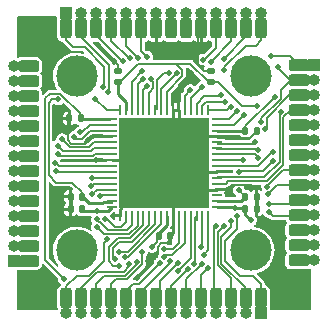
<source format=gbr>
G04 #@! TF.GenerationSoftware,KiCad,Pcbnew,(6.0.8)*
G04 #@! TF.CreationDate,2022-11-18T12:49:19-08:00*
G04 #@! TF.ProjectId,caravel_breakout_QFN,63617261-7665-46c5-9f62-7265616b6f75,rev?*
G04 #@! TF.SameCoordinates,Original*
G04 #@! TF.FileFunction,Copper,L1,Top*
G04 #@! TF.FilePolarity,Positive*
%FSLAX46Y46*%
G04 Gerber Fmt 4.6, Leading zero omitted, Abs format (unit mm)*
G04 Created by KiCad (PCBNEW (6.0.8)) date 2022-11-18 12:49:19*
%MOMM*%
%LPD*%
G01*
G04 APERTURE LIST*
G04 Aperture macros list*
%AMRoundRect*
0 Rectangle with rounded corners*
0 $1 Rounding radius*
0 $2 $3 $4 $5 $6 $7 $8 $9 X,Y pos of 4 corners*
0 Add a 4 corners polygon primitive as box body*
4,1,4,$2,$3,$4,$5,$6,$7,$8,$9,$2,$3,0*
0 Add four circle primitives for the rounded corners*
1,1,$1+$1,$2,$3*
1,1,$1+$1,$4,$5*
1,1,$1+$1,$6,$7*
1,1,$1+$1,$8,$9*
0 Add four rect primitives between the rounded corners*
20,1,$1+$1,$2,$3,$4,$5,0*
20,1,$1+$1,$4,$5,$6,$7,0*
20,1,$1+$1,$6,$7,$8,$9,0*
20,1,$1+$1,$8,$9,$2,$3,0*%
G04 Aperture macros list end*
G04 #@! TA.AperFunction,SMDPad,CuDef*
%ADD10RoundRect,0.140000X-0.140000X-0.170000X0.140000X-0.170000X0.140000X0.170000X-0.140000X0.170000X0*%
G04 #@! TD*
G04 #@! TA.AperFunction,SMDPad,CuDef*
%ADD11RoundRect,0.140000X0.170000X-0.140000X0.170000X0.140000X-0.170000X0.140000X-0.170000X-0.140000X0*%
G04 #@! TD*
G04 #@! TA.AperFunction,SMDPad,CuDef*
%ADD12RoundRect,0.140000X0.140000X0.170000X-0.140000X0.170000X-0.140000X-0.170000X0.140000X-0.170000X0*%
G04 #@! TD*
G04 #@! TA.AperFunction,SMDPad,CuDef*
%ADD13RoundRect,0.250000X-0.250000X0.625000X-0.250000X-0.625000X0.250000X-0.625000X0.250000X0.625000X0*%
G04 #@! TD*
G04 #@! TA.AperFunction,ComponentPad*
%ADD14R,1.000000X1.000000*%
G04 #@! TD*
G04 #@! TA.AperFunction,ComponentPad*
%ADD15O,1.000000X1.000000*%
G04 #@! TD*
G04 #@! TA.AperFunction,SMDPad,CuDef*
%ADD16RoundRect,0.250000X-0.625000X-0.250000X0.625000X-0.250000X0.625000X0.250000X-0.625000X0.250000X0*%
G04 #@! TD*
G04 #@! TA.AperFunction,SMDPad,CuDef*
%ADD17RoundRect,0.250000X0.250000X-0.625000X0.250000X0.625000X-0.250000X0.625000X-0.250000X-0.625000X0*%
G04 #@! TD*
G04 #@! TA.AperFunction,ComponentPad*
%ADD18C,3.500000*%
G04 #@! TD*
G04 #@! TA.AperFunction,SMDPad,CuDef*
%ADD19RoundRect,0.250000X0.625000X0.250000X-0.625000X0.250000X-0.625000X-0.250000X0.625000X-0.250000X0*%
G04 #@! TD*
G04 #@! TA.AperFunction,SMDPad,CuDef*
%ADD20RoundRect,0.062500X0.062500X-0.362500X0.062500X0.362500X-0.062500X0.362500X-0.062500X-0.362500X0*%
G04 #@! TD*
G04 #@! TA.AperFunction,SMDPad,CuDef*
%ADD21RoundRect,0.062500X0.362500X-0.062500X0.362500X0.062500X-0.362500X0.062500X-0.362500X-0.062500X0*%
G04 #@! TD*
G04 #@! TA.AperFunction,SMDPad,CuDef*
%ADD22R,7.650000X7.650000*%
G04 #@! TD*
G04 #@! TA.AperFunction,ViaPad*
%ADD23C,0.500000*%
G04 #@! TD*
G04 #@! TA.AperFunction,Conductor*
%ADD24C,0.152400*%
G04 #@! TD*
G04 #@! TA.AperFunction,Conductor*
%ADD25C,0.254000*%
G04 #@! TD*
G04 APERTURE END LIST*
D10*
X127739200Y-96291400D03*
X128699200Y-96291400D03*
X127637600Y-89662000D03*
X128597600Y-89662000D03*
D11*
X131749800Y-86586000D03*
X131749800Y-85626000D03*
D12*
X143507400Y-97358200D03*
X142547400Y-97358200D03*
X143507400Y-96291400D03*
X142547400Y-96291400D03*
D10*
X142547400Y-90703400D03*
X143507400Y-90703400D03*
D13*
X127381000Y-82052000D03*
D14*
X127381000Y-80782000D03*
D13*
X128651000Y-82052000D03*
D15*
X128651000Y-80782000D03*
D13*
X129921000Y-82052000D03*
D15*
X129921000Y-80782000D03*
X131191000Y-80782000D03*
D13*
X131191000Y-82052000D03*
X132461000Y-82052000D03*
D15*
X132461000Y-80782000D03*
D13*
X133731000Y-82052000D03*
D15*
X133731000Y-80782000D03*
D13*
X135001000Y-82052000D03*
D15*
X135001000Y-80782000D03*
X136271000Y-80782000D03*
D13*
X136271000Y-82052000D03*
X137541000Y-82052000D03*
D15*
X137541000Y-80782000D03*
X138811000Y-80782000D03*
D13*
X138811000Y-82052000D03*
D15*
X140081000Y-80782000D03*
D13*
X140081000Y-82052000D03*
X141351000Y-82052000D03*
D15*
X141351000Y-80782000D03*
X142621000Y-80782000D03*
D13*
X142621000Y-82052000D03*
X143891000Y-82052000D03*
D15*
X143891000Y-80782000D03*
D14*
X122930000Y-101730000D03*
D16*
X124200000Y-101730000D03*
D15*
X122930000Y-100460000D03*
D16*
X124200000Y-100460000D03*
D15*
X122930000Y-99190000D03*
D16*
X124200000Y-99190000D03*
X124200000Y-97920000D03*
D15*
X122930000Y-97920000D03*
X122930000Y-96650000D03*
D16*
X124200000Y-96650000D03*
X124200000Y-95380000D03*
D15*
X122930000Y-95380000D03*
D16*
X124200000Y-94110000D03*
D15*
X122930000Y-94110000D03*
D16*
X124200000Y-92840000D03*
D15*
X122930000Y-92840000D03*
D16*
X124200000Y-91570000D03*
D15*
X122930000Y-91570000D03*
D16*
X124200000Y-90300000D03*
D15*
X122930000Y-90300000D03*
X122930000Y-89030000D03*
D16*
X124200000Y-89030000D03*
D15*
X122930000Y-87760000D03*
D16*
X124200000Y-87760000D03*
D15*
X122930000Y-86490000D03*
D16*
X124200000Y-86490000D03*
X124200000Y-85220000D03*
D15*
X122930000Y-85220000D03*
D14*
X143880000Y-106170000D03*
D17*
X143880000Y-104900000D03*
D15*
X142610000Y-106170000D03*
D17*
X142610000Y-104900000D03*
X141340000Y-104900000D03*
D15*
X141340000Y-106170000D03*
X140070000Y-106170000D03*
D17*
X140070000Y-104900000D03*
X138800000Y-104900000D03*
D15*
X138800000Y-106170000D03*
X137530000Y-106170000D03*
D17*
X137530000Y-104900000D03*
D15*
X136260000Y-106170000D03*
D17*
X136260000Y-104900000D03*
X134990000Y-104900000D03*
D15*
X134990000Y-106170000D03*
D17*
X133720000Y-104900000D03*
D15*
X133720000Y-106170000D03*
D17*
X132450000Y-104900000D03*
D15*
X132450000Y-106170000D03*
D17*
X131180000Y-104900000D03*
D15*
X131180000Y-106170000D03*
D17*
X129910000Y-104900000D03*
D15*
X129910000Y-106170000D03*
X128640000Y-106170000D03*
D17*
X128640000Y-104900000D03*
X127370000Y-104900000D03*
D15*
X127370000Y-106170000D03*
D18*
X128270000Y-100838000D03*
X143002000Y-86106000D03*
X128270000Y-86106000D03*
X143002000Y-100838000D03*
D12*
X136166800Y-99618800D03*
X135206800Y-99618800D03*
D14*
X148326000Y-85178600D03*
D19*
X147056000Y-85178600D03*
D15*
X148326000Y-86448600D03*
D19*
X147056000Y-86448600D03*
D15*
X148326000Y-87718600D03*
D19*
X147056000Y-87718600D03*
X147056000Y-88988600D03*
D15*
X148326000Y-88988600D03*
D19*
X147056000Y-90258600D03*
D15*
X148326000Y-90258600D03*
X148326000Y-91528600D03*
D19*
X147056000Y-91528600D03*
D15*
X148326000Y-92798600D03*
D19*
X147056000Y-92798600D03*
D15*
X148326000Y-94068600D03*
D19*
X147056000Y-94068600D03*
D15*
X148326000Y-95338600D03*
D19*
X147056000Y-95338600D03*
D15*
X148326000Y-96608600D03*
D19*
X147056000Y-96608600D03*
X147056000Y-97878600D03*
D15*
X148326000Y-97878600D03*
D19*
X147056000Y-99148600D03*
D15*
X148326000Y-99148600D03*
D19*
X147056000Y-100418600D03*
D15*
X148326000Y-100418600D03*
X148326000Y-101688600D03*
D19*
X147056000Y-101688600D03*
D10*
X127739200Y-97358200D03*
X128699200Y-97358200D03*
D20*
X131911400Y-97896600D03*
X132411400Y-97896600D03*
X132911400Y-97896600D03*
X133411400Y-97896600D03*
X133911400Y-97896600D03*
X134411400Y-97896600D03*
X134911400Y-97896600D03*
X135411400Y-97896600D03*
X135911400Y-97896600D03*
X136411400Y-97896600D03*
X136911400Y-97896600D03*
X137411400Y-97896600D03*
X137911400Y-97896600D03*
X138411400Y-97896600D03*
X138911400Y-97896600D03*
X139411400Y-97896600D03*
D21*
X140111400Y-97196600D03*
X140111400Y-96696600D03*
X140111400Y-96196600D03*
X140111400Y-95696600D03*
X140111400Y-95196600D03*
X140111400Y-94696600D03*
X140111400Y-94196600D03*
X140111400Y-93696600D03*
X140111400Y-93196600D03*
X140111400Y-92696600D03*
X140111400Y-92196600D03*
X140111400Y-91696600D03*
X140111400Y-91196600D03*
X140111400Y-90696600D03*
X140111400Y-90196600D03*
X140111400Y-89696600D03*
D20*
X139411400Y-88996600D03*
X138911400Y-88996600D03*
X138411400Y-88996600D03*
X137911400Y-88996600D03*
X137411400Y-88996600D03*
X136911400Y-88996600D03*
X136411400Y-88996600D03*
X135911400Y-88996600D03*
X135411400Y-88996600D03*
X134911400Y-88996600D03*
X134411400Y-88996600D03*
X133911400Y-88996600D03*
X133411400Y-88996600D03*
X132911400Y-88996600D03*
X132411400Y-88996600D03*
X131911400Y-88996600D03*
D21*
X131211400Y-89696600D03*
X131211400Y-90196600D03*
X131211400Y-90696600D03*
X131211400Y-91196600D03*
X131211400Y-91696600D03*
X131211400Y-92196600D03*
X131211400Y-92696600D03*
X131211400Y-93196600D03*
X131211400Y-93696600D03*
X131211400Y-94196600D03*
X131211400Y-94696600D03*
X131211400Y-95196600D03*
X131211400Y-95696600D03*
X131211400Y-96196600D03*
X131211400Y-96696600D03*
X131211400Y-97196600D03*
D22*
X135661400Y-93446600D03*
D11*
X139598400Y-86586000D03*
X139598400Y-85626000D03*
D23*
X147700000Y-105530000D03*
X133350000Y-103174800D03*
X123575400Y-81465400D03*
X123540000Y-105550000D03*
X130043168Y-83494300D03*
X129227332Y-91533732D03*
X134283954Y-101767263D03*
X129925980Y-93218000D03*
X129011100Y-98145600D03*
X137972800Y-85801200D03*
X131419600Y-84836000D03*
X137820400Y-84450500D03*
X129946400Y-97536000D03*
X143002000Y-98298000D03*
X145267100Y-85344000D03*
X143865600Y-89941400D03*
X141708006Y-97282825D03*
X144746732Y-84412068D03*
X126695200Y-88065801D03*
X127203200Y-103276400D03*
X143552932Y-88638132D03*
X144221200Y-90576400D03*
X134664626Y-100532934D03*
X126670839Y-92658161D03*
X126666915Y-91978101D03*
X127040473Y-91443843D03*
X128011500Y-91262200D03*
X128541532Y-90847932D03*
X130860800Y-99919100D03*
X129844800Y-88036400D03*
X133827824Y-85656819D03*
X132697114Y-101975956D03*
X133867098Y-86307538D03*
X133327743Y-101810786D03*
X134247189Y-86918800D03*
X133805843Y-100939600D03*
X135291067Y-101929197D03*
X134518998Y-86305590D03*
X136183885Y-101757465D03*
X136050268Y-85793332D03*
X136736511Y-85819175D03*
X136834300Y-101891314D03*
X137872651Y-87276982D03*
X137699299Y-102416565D03*
X138836400Y-101955600D03*
X138836400Y-87041300D03*
X141859000Y-97917000D03*
X142392400Y-89408000D03*
X134213600Y-84450500D03*
X135649220Y-101384494D03*
X135620832Y-100733210D03*
X133451600Y-84531200D03*
X132360472Y-101417700D03*
X132770632Y-84551768D03*
X131851400Y-100990400D03*
X132174346Y-84815243D03*
X131537236Y-101561608D03*
X130942069Y-87448847D03*
X131826000Y-102188700D03*
X130454400Y-86969600D03*
X130003591Y-98878927D03*
X129996420Y-98227064D03*
X130657600Y-98145600D03*
X130251200Y-96266000D03*
X129590800Y-96062800D03*
X129483628Y-95419767D03*
X129540000Y-94708962D03*
X126492000Y-94132400D03*
X126390400Y-93421200D03*
X140505435Y-87667298D03*
X139395200Y-102336600D03*
X140817600Y-88239600D03*
X140095496Y-98760032D03*
X140771632Y-98760032D03*
X141291185Y-88690790D03*
X141833600Y-89052400D03*
X141351000Y-98374200D03*
X143369117Y-91709071D03*
X144505100Y-96875600D03*
X143638590Y-93014800D03*
X144405896Y-95450432D03*
X144916090Y-92542438D03*
X144492207Y-96096593D03*
X143638601Y-92302667D03*
X145528699Y-89151564D03*
X140721276Y-84611788D03*
X138785611Y-100533200D03*
X140766800Y-85547200D03*
X139014200Y-101193600D03*
X144505100Y-97586800D03*
X142378070Y-93174700D03*
X136839464Y-102569700D03*
X138988800Y-84683600D03*
X139608130Y-84887089D03*
X138160264Y-101955600D03*
X145026140Y-87825340D03*
X144899132Y-93235532D03*
X142011400Y-95754741D03*
X142005940Y-94174700D03*
D24*
X127533400Y-89664600D02*
X127739200Y-89458800D01*
X138510689Y-82352311D02*
X138811000Y-82052000D01*
X135142721Y-100908496D02*
X135142721Y-100535169D01*
D25*
X136411400Y-92696600D02*
X135661400Y-93446600D01*
X136411400Y-88996600D02*
X136411400Y-92696600D01*
X131911400Y-97399800D02*
X132029200Y-97282000D01*
D24*
X138510689Y-85084841D02*
X138510689Y-82352311D01*
D25*
X140111400Y-94196600D02*
X136411400Y-94196600D01*
D24*
X135422791Y-100255099D02*
X135914101Y-100255099D01*
X140111400Y-91196600D02*
X140202400Y-91287600D01*
X143507400Y-95730000D02*
X143507400Y-96291400D01*
X140111400Y-95696600D02*
X141031400Y-95696600D01*
X139598400Y-85626000D02*
X139051848Y-85626000D01*
D25*
X137911400Y-95696600D02*
X135661400Y-93446600D01*
D24*
X134283954Y-101767263D02*
X135142721Y-100908496D01*
D25*
X136911400Y-88996600D02*
X136911400Y-92196600D01*
X140111400Y-95696600D02*
X137911400Y-95696600D01*
D24*
X127533400Y-91516200D02*
X127533400Y-89664600D01*
X131211400Y-93196600D02*
X129947380Y-93196600D01*
X131749800Y-85626000D02*
X131749800Y-85166200D01*
X136911400Y-88996600D02*
X136911400Y-86862600D01*
X127813280Y-91796080D02*
X127533400Y-91516200D01*
X131749800Y-85166200D02*
X131419600Y-84836000D01*
X135914101Y-100255099D02*
X136166800Y-100002400D01*
D25*
X131911400Y-97896600D02*
X131911400Y-97399800D01*
X143507400Y-97358200D02*
X143507400Y-96291400D01*
D24*
X141451359Y-95276641D02*
X143054041Y-95276641D01*
X135142721Y-100535169D02*
X135422791Y-100255099D01*
X128964984Y-91796080D02*
X127813280Y-91796080D01*
X129243068Y-91533732D02*
X129580200Y-91196600D01*
X129227332Y-91533732D02*
X128964984Y-91796080D01*
D25*
X136411400Y-99374200D02*
X136166800Y-99618800D01*
X131211400Y-93196600D02*
X135411400Y-93196600D01*
X136411400Y-88996600D02*
X136911400Y-88996600D01*
D24*
X140202400Y-91287600D02*
X142923200Y-91287600D01*
D25*
X136411400Y-97896600D02*
X136411400Y-94196600D01*
X136411400Y-97896600D02*
X136411400Y-99374200D01*
D24*
X129580200Y-91196600D02*
X131211400Y-91196600D01*
X136166800Y-100002400D02*
X136166800Y-99618800D01*
X141031400Y-95696600D02*
X141451359Y-95276641D01*
X143054041Y-95276641D02*
X143507400Y-95730000D01*
X139051848Y-85626000D02*
X138510689Y-85084841D01*
D25*
X136911400Y-92196600D02*
X135661400Y-93446600D01*
X135411400Y-93196600D02*
X135661400Y-93446600D01*
D24*
X136911400Y-86862600D02*
X137972800Y-85801200D01*
D25*
X137911400Y-91196600D02*
X135661400Y-93446600D01*
D24*
X135001000Y-82042000D02*
X135001000Y-80974810D01*
X129227332Y-91533732D02*
X129243068Y-91533732D01*
X142923200Y-91287600D02*
X143507400Y-90703400D01*
D25*
X140111400Y-91196600D02*
X137911400Y-91196600D01*
X136411400Y-94196600D02*
X135661400Y-93446600D01*
D24*
X129947380Y-93196600D02*
X129925980Y-93218000D01*
D25*
X127739200Y-97358200D02*
X127739200Y-96291400D01*
X142472025Y-97282825D02*
X142547400Y-97358200D01*
D24*
X145267100Y-85373900D02*
X146341800Y-86448600D01*
D25*
X142547400Y-97843400D02*
X142547400Y-97358200D01*
X141630981Y-97205800D02*
X140120600Y-97205800D01*
X130922800Y-97485200D02*
X131211400Y-97196600D01*
X143002000Y-98298000D02*
X142547400Y-97843400D01*
D24*
X146341800Y-86448600D02*
X147056000Y-86448600D01*
D25*
X129946400Y-97536000D02*
X129997200Y-97485200D01*
D24*
X143865600Y-89941400D02*
X143865600Y-89662016D01*
X145542000Y-87274400D02*
X146367800Y-86448600D01*
D25*
X128877000Y-97536000D02*
X128699200Y-97358200D01*
D24*
X143865600Y-89662016D02*
X145542000Y-87985616D01*
D25*
X140120600Y-97205800D02*
X140111400Y-97196600D01*
X129946400Y-97536000D02*
X128877000Y-97536000D01*
X129997200Y-97485200D02*
X130922800Y-97485200D01*
X141708006Y-97282825D02*
X141630981Y-97205800D01*
D24*
X145267100Y-85344000D02*
X145267100Y-85373900D01*
X136271000Y-82042000D02*
X136271000Y-80974810D01*
X145542000Y-87985616D02*
X145542000Y-87274400D01*
D25*
X141708006Y-97282825D02*
X142472025Y-97282825D01*
X130470283Y-96794911D02*
X129306911Y-96794911D01*
D24*
X125882400Y-94462600D02*
X126517400Y-95097600D01*
D25*
X131211400Y-96696600D02*
X131134000Y-96774000D01*
X128803400Y-96291400D02*
X128699200Y-96291400D01*
D24*
X126695200Y-88065801D02*
X126157799Y-88065801D01*
X126517400Y-95097600D02*
X127889000Y-95097600D01*
D25*
X131134000Y-96774000D02*
X130491194Y-96774000D01*
D24*
X144746732Y-84412068D02*
X145065680Y-84412068D01*
X127889000Y-95097600D02*
X128699200Y-95907800D01*
X128699200Y-95907800D02*
X128699200Y-96291400D01*
D25*
X129306911Y-96794911D02*
X128803400Y-96291400D01*
D24*
X145065680Y-84412068D02*
X145069059Y-84408689D01*
D25*
X130491194Y-96774000D02*
X130470283Y-96794911D01*
D24*
X126157799Y-88065801D02*
X125882400Y-88341200D01*
X147066000Y-85344000D02*
X148133190Y-85344000D01*
X125882400Y-88341200D02*
X125882400Y-94462600D01*
X146286089Y-84408689D02*
X147056000Y-85178600D01*
X145069059Y-84408689D02*
X146286089Y-84408689D01*
X125577600Y-87981662D02*
X125980062Y-87579200D01*
D25*
X128648400Y-89712800D02*
X128597600Y-89662000D01*
D24*
X125980062Y-87579200D02*
X126884751Y-87579200D01*
X130759200Y-89712800D02*
X128648400Y-89712800D01*
X127203200Y-103276400D02*
X125577600Y-101650800D01*
X125577600Y-101650800D02*
X125577600Y-87981662D01*
D25*
X131114800Y-89712800D02*
X128648400Y-89712800D01*
D24*
X126884751Y-87579200D02*
X128597600Y-89292049D01*
X147066000Y-101854000D02*
X148133190Y-101854000D01*
X128597600Y-89292049D02*
X128597600Y-89662000D01*
X137214622Y-85551022D02*
X136702800Y-85039200D01*
X139581474Y-86586000D02*
X139443400Y-86586000D01*
X137214622Y-86102178D02*
X137214622Y-85551022D01*
D25*
X132411400Y-88996600D02*
X132411400Y-88240800D01*
D24*
X137896600Y-85039200D02*
X133451600Y-85039200D01*
X131904800Y-86586000D02*
X131749800Y-86586000D01*
X139443400Y-86586000D02*
X137896600Y-85039200D01*
X139570400Y-86586000D02*
X139598400Y-86586000D01*
X140230800Y-86586000D02*
X139598400Y-86586000D01*
X147066000Y-100584000D02*
X148133190Y-100584000D01*
X133451600Y-85039200D02*
X131904800Y-86586000D01*
D25*
X132411400Y-88240800D02*
X131749800Y-87579200D01*
X131749800Y-87579200D02*
X131749800Y-86586000D01*
D24*
X142282932Y-88638132D02*
X140230800Y-86586000D01*
X135911400Y-88996600D02*
X135911400Y-87405400D01*
X143552932Y-88638132D02*
X142282932Y-88638132D01*
X135911400Y-87405400D02*
X137214622Y-86102178D01*
X147066000Y-87884000D02*
X148133190Y-87884000D01*
D25*
X135206800Y-99618800D02*
X135206800Y-99359600D01*
D24*
X144221200Y-90576400D02*
X144356959Y-90440641D01*
X144356959Y-89627841D02*
X146266200Y-87718600D01*
X146266200Y-87718600D02*
X147056000Y-87718600D01*
X135077680Y-99747920D02*
X135206800Y-99618800D01*
X134664626Y-100532934D02*
X135077680Y-100119880D01*
X135077680Y-100119880D02*
X135077680Y-99747920D01*
X144356959Y-90440641D02*
X144356959Y-89627841D01*
D25*
X135206800Y-99359600D02*
X135911400Y-98655000D01*
X135911400Y-98655000D02*
X135911400Y-97896600D01*
D24*
X126824278Y-92811600D02*
X129656228Y-92811600D01*
X124206000Y-96774000D02*
X123138810Y-96774000D01*
X126670839Y-92658161D02*
X126824278Y-92811600D01*
X129771228Y-92696600D02*
X131211400Y-92696600D01*
X129656228Y-92811600D02*
X129771228Y-92696600D01*
X126666915Y-91978101D02*
X126674501Y-91978101D01*
X127128908Y-92432508D02*
X129461892Y-92432508D01*
X129461892Y-92432508D02*
X129697800Y-92196600D01*
X124206000Y-98044000D02*
X123138810Y-98044000D01*
X126674501Y-91978101D02*
X127128908Y-92432508D01*
X129697800Y-92196600D02*
X131211400Y-92196600D01*
X129336800Y-92100400D02*
X129740600Y-91696600D01*
X127040473Y-91443843D02*
X127040473Y-91453647D01*
X127687226Y-92100400D02*
X129336800Y-92100400D01*
X127040473Y-91453647D02*
X127687226Y-92100400D01*
X129740600Y-91696600D02*
X131211400Y-91696600D01*
X124206000Y-99314000D02*
X123138810Y-99314000D01*
X124206000Y-100584000D02*
X123138810Y-100584000D01*
X128138500Y-91389200D02*
X128676400Y-91389200D01*
X128011500Y-91262200D02*
X128138500Y-91389200D01*
X128676400Y-91389200D02*
X129369000Y-90696600D01*
X129369000Y-90696600D02*
X131211400Y-90696600D01*
X124206000Y-101854000D02*
X123138810Y-101854000D01*
X129356338Y-90196600D02*
X131211400Y-90196600D01*
X128705006Y-90847932D02*
X129356338Y-90196600D01*
X128541532Y-90847932D02*
X128705006Y-90847932D01*
X127370000Y-103871600D02*
X127370000Y-104900000D01*
X129286000Y-102971600D02*
X128270000Y-102971600D01*
X130860800Y-99919100D02*
X130556000Y-100223900D01*
X129844800Y-88036400D02*
X130805000Y-88996600D01*
X128270000Y-102971600D02*
X127370000Y-103871600D01*
X130556000Y-101701600D02*
X129286000Y-102971600D01*
X127381000Y-104902000D02*
X127381000Y-105969190D01*
X130556000Y-100223900D02*
X130556000Y-101701600D01*
X130805000Y-88996600D02*
X131911400Y-88996600D01*
X128651000Y-104902000D02*
X128651000Y-105969190D01*
X132697114Y-101975956D02*
X132697114Y-102202086D01*
X132697114Y-102202086D02*
X132232400Y-102666800D01*
X132911400Y-86573243D02*
X132911400Y-88996600D01*
X132232400Y-102666800D02*
X130021174Y-102666800D01*
X130021174Y-102666800D02*
X128640000Y-104047974D01*
X133827824Y-85656819D02*
X132911400Y-86573243D01*
X128640000Y-104047974D02*
X128640000Y-104900000D01*
X132378102Y-102971120D02*
X133327743Y-102021479D01*
X133411400Y-86763236D02*
X133411400Y-88996600D01*
X133867098Y-86307538D02*
X133411400Y-86763236D01*
X129910000Y-103668400D02*
X130607280Y-102971120D01*
X129921000Y-104902000D02*
X129921000Y-105969190D01*
X130607280Y-102971120D02*
X132378102Y-102971120D01*
X129910000Y-104900000D02*
X129910000Y-103668400D01*
X133327743Y-102021479D02*
X133327743Y-101810786D01*
X134247189Y-86918800D02*
X133911400Y-87254589D01*
X131572960Y-103275440D02*
X131180000Y-103668400D01*
X133805843Y-100939600D02*
X133805843Y-102008838D01*
X133911400Y-87254589D02*
X133911400Y-88996600D01*
X133805843Y-102008838D02*
X132539241Y-103275440D01*
X131180000Y-103668400D02*
X131180000Y-104900000D01*
X132539241Y-103275440D02*
X131572960Y-103275440D01*
X133537464Y-103682800D02*
X133045200Y-103682800D01*
X133045200Y-103682800D02*
X132450000Y-104278000D01*
X132461000Y-104902000D02*
X132461000Y-105969190D01*
X134518998Y-86360598D02*
X134725300Y-86566900D01*
X134725300Y-86566900D02*
X134725300Y-87116841D01*
X132450000Y-104278000D02*
X132450000Y-104900000D01*
X134445230Y-87396911D02*
X134411400Y-87396911D01*
X134725300Y-87116841D02*
X134445230Y-87396911D01*
X134518998Y-86305590D02*
X134518998Y-86360598D01*
X134411400Y-87396911D02*
X134411400Y-88996600D01*
X135291067Y-101929197D02*
X133537464Y-103682800D01*
X136183885Y-101915715D02*
X133720000Y-104379600D01*
X135029620Y-86458380D02*
X135029620Y-88878380D01*
X135029620Y-88878380D02*
X134911400Y-88996600D01*
X133720000Y-104379600D02*
X133720000Y-104900000D01*
X136183885Y-101757465D02*
X136183885Y-101915715D01*
X136050268Y-85793332D02*
X135694668Y-85793332D01*
X135694668Y-85793332D02*
X135029620Y-86458380D01*
X135411400Y-87144286D02*
X135411400Y-88996600D01*
X136736511Y-85819175D02*
X135411400Y-87144286D01*
X135001000Y-104902000D02*
X135001000Y-105969190D01*
X135331200Y-103394414D02*
X135331200Y-104558800D01*
X136834300Y-101891314D02*
X135331200Y-103394414D01*
X136260000Y-103855864D02*
X136260000Y-104900000D01*
X137411400Y-87738233D02*
X137411400Y-88996600D01*
X137699299Y-102416565D02*
X136260000Y-103855864D01*
X137872651Y-87276982D02*
X137411400Y-87738233D01*
X137922000Y-88986000D02*
X137911400Y-88996600D01*
X137530000Y-103262000D02*
X137530000Y-104900000D01*
X138836400Y-101955600D02*
X137530000Y-103262000D01*
X137541000Y-104902000D02*
X137541000Y-105969190D01*
X138836400Y-87041300D02*
X137922000Y-87955700D01*
X137922000Y-87955700D02*
X137922000Y-88986000D01*
X142392400Y-89408000D02*
X141603800Y-90196600D01*
X141846300Y-98996500D02*
X140817600Y-100025200D01*
X141859000Y-97917000D02*
X141846300Y-97929700D01*
X141603800Y-90196600D02*
X140111400Y-90196600D01*
X142062200Y-103022400D02*
X143179800Y-103022400D01*
X140817600Y-100025200D02*
X140817600Y-101777800D01*
X140817600Y-101777800D02*
X142062200Y-103022400D01*
X141846300Y-97929700D02*
X141846300Y-98996500D01*
X143179800Y-103022400D02*
X143880000Y-103722600D01*
X143891000Y-104902000D02*
X143891000Y-105969190D01*
X143880000Y-103722600D02*
X143880000Y-104900000D01*
X134213600Y-84450500D02*
X133731000Y-83967900D01*
X133731000Y-83967900D02*
X133731000Y-82052000D01*
X136321800Y-101269800D02*
X137411400Y-100180200D01*
X137411400Y-100180200D02*
X137411400Y-97896600D01*
X135649220Y-101384494D02*
X135763914Y-101269800D01*
X135763914Y-101269800D02*
X136321800Y-101269800D01*
X132461000Y-83566000D02*
X132461000Y-82052000D01*
X136911400Y-100197600D02*
X136911400Y-97896600D01*
X135620832Y-100733210D02*
X136375790Y-100733210D01*
X133451600Y-84531200D02*
X133426200Y-84531200D01*
X136375790Y-100733210D02*
X136911400Y-100197600D01*
X133426200Y-84531200D02*
X132461000Y-83566000D01*
X132572200Y-101417700D02*
X135411400Y-98578500D01*
X131191000Y-83083400D02*
X131191000Y-82052000D01*
X132770632Y-84551768D02*
X132659368Y-84551768D01*
X132659368Y-84551768D02*
X131191000Y-83083400D01*
X135411400Y-98578500D02*
X135411400Y-97896600D01*
X132360472Y-101417700D02*
X132572200Y-101417700D01*
X134911400Y-98616200D02*
X134911400Y-97896600D01*
X132110043Y-84815243D02*
X129921000Y-82626200D01*
X131902200Y-100939600D02*
X132588000Y-100939600D01*
X132174346Y-84815243D02*
X132110043Y-84815243D01*
X132588000Y-100939600D02*
X134911400Y-98616200D01*
X129921000Y-82626200D02*
X129921000Y-82052000D01*
X131851400Y-100990400D02*
X131902200Y-100939600D01*
X131877280Y-100126320D02*
X132944080Y-100126320D01*
X128651000Y-82804000D02*
X128651000Y-82052000D01*
X134411400Y-98659000D02*
X134411400Y-97896600D01*
X131013200Y-85166200D02*
X128651000Y-82804000D01*
X131537236Y-101561608D02*
X131368800Y-101393172D01*
X131368800Y-101393172D02*
X131368800Y-100634800D01*
X132944080Y-100126320D02*
X134411400Y-98659000D01*
X131368800Y-100634800D02*
X131877280Y-100126320D01*
X131013200Y-87377716D02*
X131013200Y-85166200D01*
X130942069Y-87448847D02*
X131013200Y-87377716D01*
X130962400Y-101777800D02*
X130962400Y-100584000D01*
X132761442Y-99822000D02*
X133911400Y-98672042D01*
X131826000Y-102188700D02*
X131373300Y-102188700D01*
X127381000Y-83032600D02*
X127381000Y-82052000D01*
X130606800Y-85293200D02*
X128930400Y-83616800D01*
X130962400Y-100584000D02*
X131724400Y-99822000D01*
X131724400Y-99822000D02*
X132761442Y-99822000D01*
X127965200Y-83616800D02*
X127381000Y-83032600D01*
X130606800Y-86817200D02*
X130606800Y-85293200D01*
X131373300Y-102188700D02*
X130962400Y-101777800D01*
X128930400Y-83616800D02*
X127965200Y-83616800D01*
X133911400Y-98672042D02*
X133911400Y-97896600D01*
X130454400Y-86969600D02*
X130606800Y-86817200D01*
X132712068Y-99441000D02*
X133411400Y-98741668D01*
X130003591Y-98878927D02*
X130565664Y-99441000D01*
X133411400Y-98741668D02*
X133411400Y-97896600D01*
X130565664Y-99441000D02*
X132712068Y-99441000D01*
X130481702Y-98680886D02*
X130481702Y-98712346D01*
X130170172Y-98400816D02*
X130201632Y-98400816D01*
X129996420Y-98227064D02*
X130170172Y-98400816D01*
X130906036Y-99136680D02*
X132498620Y-99136680D01*
X130481702Y-98712346D02*
X130906036Y-99136680D01*
X132911400Y-98723900D02*
X132911400Y-97896600D01*
X132498620Y-99136680D02*
X132911400Y-98723900D01*
X130201632Y-98400816D02*
X130481702Y-98680886D01*
X124206000Y-86614000D02*
X123138810Y-86614000D01*
X131495800Y-98831400D02*
X132054600Y-98831400D01*
X132054600Y-98831400D02*
X132411400Y-98474600D01*
X124206000Y-87884000D02*
X123138810Y-87884000D01*
X132411400Y-98474600D02*
X132411400Y-97896600D01*
X130657600Y-98145600D02*
X130810000Y-98145600D01*
X130810000Y-98145600D02*
X131495800Y-98831400D01*
X130320600Y-96196600D02*
X131211400Y-96196600D01*
X124206000Y-89154000D02*
X123138810Y-89154000D01*
X129590800Y-96062800D02*
X129957000Y-95696600D01*
X129957000Y-95696600D02*
X131211400Y-95696600D01*
X129704195Y-95199200D02*
X131208800Y-95199200D01*
X124206000Y-91694000D02*
X123138810Y-91694000D01*
X129483628Y-95419767D02*
X129704195Y-95199200D01*
X131208800Y-95199200D02*
X131211400Y-95196600D01*
X129552362Y-94696600D02*
X131211400Y-94696600D01*
X129540000Y-94708962D02*
X129552362Y-94696600D01*
X126492000Y-94132400D02*
X126590462Y-94230862D01*
X126590462Y-94230862D02*
X130901102Y-94230862D01*
X124206000Y-95504000D02*
X123138810Y-95504000D01*
X126456952Y-93421200D02*
X126732352Y-93696600D01*
X126390400Y-93421200D02*
X126456952Y-93421200D01*
X126732352Y-93696600D02*
X131211400Y-93696600D01*
X138411400Y-88436000D02*
X138411400Y-88996600D01*
X140390333Y-87782400D02*
X139065000Y-87782400D01*
X139395200Y-102336600D02*
X138800000Y-102931800D01*
X139065000Y-87782400D02*
X138411400Y-88436000D01*
X140505435Y-87667298D02*
X140390333Y-87782400D01*
X138800000Y-102931800D02*
X138800000Y-104900000D01*
X140095496Y-98760032D02*
X139877800Y-98977728D01*
X140796689Y-88260511D02*
X139247289Y-88260511D01*
X140081000Y-104902000D02*
X140081000Y-105969190D01*
X138911400Y-88596400D02*
X138911400Y-88996600D01*
X140817600Y-88239600D02*
X140796689Y-88260511D01*
X139877800Y-104707800D02*
X140070000Y-104900000D01*
X139247289Y-88260511D02*
X138911400Y-88596400D01*
X139877800Y-98977728D02*
X139877800Y-104707800D01*
X140208000Y-99323664D02*
X140208000Y-102081174D01*
X140208000Y-102081174D02*
X141340000Y-103213174D01*
X141351000Y-104902000D02*
X141351000Y-105969190D01*
X141340000Y-103213174D02*
X141340000Y-104900000D01*
X140771632Y-98760032D02*
X140208000Y-99323664D01*
X141291185Y-88690790D02*
X140985375Y-88996600D01*
X140985375Y-88996600D02*
X139411400Y-88996600D01*
X141351000Y-98856800D02*
X140513280Y-99694520D01*
X140513280Y-101956080D02*
X142610000Y-104052800D01*
X141198600Y-89687400D02*
X140120600Y-89687400D01*
X141833600Y-89052400D02*
X141198600Y-89687400D01*
X141351000Y-98374200D02*
X141351000Y-98856800D01*
X142610000Y-104052800D02*
X142610000Y-104900000D01*
X140513280Y-99694520D02*
X140513280Y-101956080D01*
X142621000Y-104902000D02*
X142621000Y-105969190D01*
X140120600Y-89687400D02*
X140111400Y-89696600D01*
X146789000Y-96875600D02*
X147056000Y-96608600D01*
X143369117Y-91709071D02*
X143282588Y-91795600D01*
X143282588Y-91795600D02*
X140210400Y-91795600D01*
X144505100Y-96875600D02*
X146789000Y-96875600D01*
X140210400Y-91795600D02*
X140111400Y-91696600D01*
X144405896Y-95394078D02*
X145731374Y-94068600D01*
X143320390Y-92696600D02*
X140111400Y-92696600D01*
X147066000Y-94234000D02*
X148133190Y-94234000D01*
X143638590Y-93014800D02*
X143320390Y-92696600D01*
X144405896Y-95450432D02*
X144405896Y-95394078D01*
X145731374Y-94068600D02*
X147056000Y-94068600D01*
X144795162Y-92542438D02*
X143641000Y-93696600D01*
X147066000Y-91694000D02*
X148133190Y-91694000D01*
X144916090Y-92542438D02*
X144795162Y-92542438D01*
X143641000Y-93696600D02*
X140111400Y-93696600D01*
X145770600Y-93599000D02*
X145770600Y-89585800D01*
X141095279Y-94972321D02*
X144397279Y-94972321D01*
X146367800Y-88988600D02*
X147056000Y-88988600D01*
X140871000Y-95196600D02*
X141095279Y-94972321D01*
X144397279Y-94972321D02*
X145770600Y-93599000D01*
X140111400Y-95196600D02*
X140871000Y-95196600D01*
X145770600Y-89585800D02*
X146367800Y-88988600D01*
X145250200Y-95338600D02*
X147056000Y-95338600D01*
X140137711Y-92222911D02*
X140111400Y-92196600D01*
X143638601Y-92302667D02*
X143518045Y-92302667D01*
X143438289Y-92222911D02*
X140137711Y-92222911D01*
X144492207Y-96096593D02*
X145250200Y-95338600D01*
X143518045Y-92302667D02*
X143438289Y-92222911D01*
X144157989Y-94652811D02*
X140155189Y-94652811D01*
X140155189Y-94652811D02*
X140111400Y-94696600D01*
X145528699Y-89151564D02*
X145466280Y-89213983D01*
X145466280Y-89213983D02*
X145466280Y-93344520D01*
X145466280Y-93344520D02*
X144157989Y-94652811D01*
X142621000Y-82702400D02*
X142621000Y-82052000D01*
X138911400Y-100407411D02*
X138911400Y-97896600D01*
X140721276Y-84611788D02*
X140721276Y-84602124D01*
X142621000Y-82042000D02*
X142621000Y-80974810D01*
X140721276Y-84602124D02*
X142621000Y-82702400D01*
X138785611Y-100533200D02*
X138911400Y-100407411D01*
X139014200Y-101193600D02*
X139411400Y-100796400D01*
X140766800Y-85547200D02*
X140766800Y-85344000D01*
X139411400Y-100796400D02*
X139411400Y-97896600D01*
X140766800Y-85344000D02*
X142595600Y-83515200D01*
X143891000Y-83032600D02*
X143891000Y-82052000D01*
X143408400Y-83515200D02*
X143891000Y-83032600D01*
X142595600Y-83515200D02*
X143408400Y-83515200D01*
X144505100Y-97586800D02*
X144860700Y-97942400D01*
X142378070Y-93174700D02*
X142356170Y-93196600D01*
X142356170Y-93196600D02*
X140111400Y-93196600D01*
X144860700Y-97942400D02*
X146992200Y-97942400D01*
X140081000Y-82042000D02*
X140081000Y-80974810D01*
X140081000Y-83667600D02*
X140081000Y-82052000D01*
X136839464Y-102569700D02*
X137911400Y-101497764D01*
X137911400Y-101497764D02*
X137911400Y-97896600D01*
X139065000Y-84683600D02*
X140081000Y-83667600D01*
X138988800Y-84683600D02*
X139065000Y-84683600D01*
X139608130Y-84851670D02*
X141351000Y-83108800D01*
X141351000Y-83108800D02*
X141351000Y-82052000D01*
X139608130Y-84887089D02*
X139608130Y-84851670D01*
X138160264Y-101955600D02*
X138277600Y-101838264D01*
X141351000Y-82042000D02*
X141351000Y-80974810D01*
X138277600Y-98030400D02*
X138411400Y-97896600D01*
X138277600Y-101838264D02*
X138277600Y-98030400D01*
D25*
X140111400Y-90696600D02*
X142540600Y-90696600D01*
D24*
X142547400Y-90319800D02*
X142547400Y-90703400D01*
X145026140Y-87841060D02*
X142547400Y-90319800D01*
X147066000Y-99314000D02*
X148133190Y-99314000D01*
X145026140Y-87825340D02*
X145026140Y-87841060D01*
D25*
X142540600Y-90696600D02*
X142547400Y-90703400D01*
D24*
X142011400Y-95755400D02*
X142547400Y-96291400D01*
D25*
X142142200Y-96696600D02*
X140111400Y-96696600D01*
D24*
X142011400Y-95754741D02*
X142011400Y-95755400D01*
X144053064Y-94081600D02*
X144899132Y-93235532D01*
X137541000Y-82042000D02*
X137541000Y-80974810D01*
D25*
X142547400Y-96291400D02*
X142142200Y-96696600D01*
D24*
X147066000Y-92964000D02*
X148133190Y-92964000D01*
X142099040Y-94081600D02*
X144053064Y-94081600D01*
X142005940Y-94174700D02*
X142099040Y-94081600D01*
G04 #@! TA.AperFunction,Conductor*
G36*
X125447143Y-101989274D02*
G01*
X125455903Y-101996784D01*
X126672324Y-103213205D01*
X126694064Y-103259825D01*
X126694277Y-103265504D01*
X126693550Y-103270173D01*
X126694244Y-103275480D01*
X126694244Y-103275482D01*
X126699989Y-103319413D01*
X126712288Y-103413465D01*
X126714444Y-103418365D01*
X126768296Y-103540754D01*
X126770489Y-103545739D01*
X126863476Y-103656360D01*
X126867935Y-103659328D01*
X126867936Y-103659329D01*
X126910268Y-103687508D01*
X126940757Y-103728939D01*
X126937482Y-103780274D01*
X126901975Y-103817494D01*
X126894994Y-103820522D01*
X126875236Y-103827929D01*
X126847100Y-103849016D01*
X126764939Y-103910592D01*
X126759596Y-103914596D01*
X126672929Y-104030236D01*
X126622202Y-104165552D01*
X126615500Y-104227244D01*
X126615500Y-105572756D01*
X126622202Y-105634448D01*
X126623856Y-105638861D01*
X126623857Y-105638864D01*
X126653889Y-105718974D01*
X126672929Y-105769764D01*
X126676140Y-105774049D01*
X126678714Y-105778750D01*
X126677296Y-105779526D01*
X126690203Y-105822158D01*
X126685782Y-105843738D01*
X126676944Y-105868020D01*
X126643879Y-105907425D01*
X126606279Y-105917500D01*
X123265700Y-105917500D01*
X123217362Y-105899907D01*
X123191642Y-105855358D01*
X123190500Y-105842300D01*
X123190500Y-102559699D01*
X123208093Y-102511361D01*
X123252642Y-102485641D01*
X123265700Y-102484499D01*
X123455066Y-102484499D01*
X123467106Y-102482104D01*
X123469244Y-102481679D01*
X123492033Y-102480675D01*
X123525215Y-102484280D01*
X123525223Y-102484280D01*
X123527244Y-102484500D01*
X124872756Y-102484500D01*
X124874779Y-102484280D01*
X124874783Y-102484280D01*
X124898723Y-102481679D01*
X124934448Y-102477798D01*
X124938861Y-102476144D01*
X124938864Y-102476143D01*
X125044884Y-102436398D01*
X125069764Y-102427071D01*
X125185404Y-102340404D01*
X125272071Y-102224764D01*
X125302927Y-102142454D01*
X125321143Y-102093864D01*
X125321144Y-102093861D01*
X125322798Y-102089448D01*
X125323422Y-102083712D01*
X125327200Y-102048928D01*
X125327970Y-102041836D01*
X125350680Y-101995682D01*
X125397746Y-101974923D01*
X125447143Y-101989274D01*
G37*
G04 #@! TD.AperFunction*
G04 #@! TA.AperFunction,Conductor*
G36*
X143878752Y-95320614D02*
G01*
X143904472Y-95365163D01*
X143904719Y-95389788D01*
X143896246Y-95444205D01*
X143896940Y-95449512D01*
X143896940Y-95449515D01*
X143903665Y-95500940D01*
X143914984Y-95587497D01*
X143917140Y-95592397D01*
X143959387Y-95688412D01*
X143962751Y-95739742D01*
X143932334Y-95781225D01*
X143882368Y-95793451D01*
X143856415Y-95785702D01*
X143775943Y-95744700D01*
X143764823Y-95741087D01*
X143681325Y-95727862D01*
X143675453Y-95727400D01*
X143647659Y-95727400D01*
X143637502Y-95731097D01*
X143634400Y-95736469D01*
X143634400Y-97908939D01*
X143638097Y-97919097D01*
X143643469Y-97922199D01*
X143675451Y-97922199D01*
X143681326Y-97921736D01*
X143764824Y-97908513D01*
X143775942Y-97904901D01*
X143876597Y-97853615D01*
X143886064Y-97846736D01*
X143934850Y-97797950D01*
X143981470Y-97776210D01*
X144031157Y-97789524D01*
X144056855Y-97820837D01*
X144070000Y-97850710D01*
X144072389Y-97856139D01*
X144165376Y-97966760D01*
X144285674Y-98046837D01*
X144290787Y-98048434D01*
X144290788Y-98048435D01*
X144418492Y-98088333D01*
X144423610Y-98089932D01*
X144512396Y-98091559D01*
X144564192Y-98113572D01*
X144614322Y-98163702D01*
X144618754Y-98168538D01*
X144644851Y-98199639D01*
X144650550Y-98202929D01*
X144650552Y-98202931D01*
X144679994Y-98219929D01*
X144685526Y-98223453D01*
X144718783Y-98246740D01*
X144725140Y-98248443D01*
X144729769Y-98250602D01*
X144735366Y-98252920D01*
X144740153Y-98254662D01*
X144745849Y-98257951D01*
X144752323Y-98259093D01*
X144752330Y-98259095D01*
X144785836Y-98265003D01*
X144792238Y-98266422D01*
X144825076Y-98275220D01*
X144825077Y-98275220D01*
X144831433Y-98276923D01*
X144837985Y-98276350D01*
X144837987Y-98276350D01*
X144871867Y-98273386D01*
X144878420Y-98273100D01*
X145894222Y-98273100D01*
X145942560Y-98290693D01*
X145964637Y-98321903D01*
X145982023Y-98368279D01*
X145983929Y-98373364D01*
X146039623Y-98447677D01*
X146055230Y-98468501D01*
X146070140Y-98517732D01*
X146055230Y-98558699D01*
X145983929Y-98653836D01*
X145973773Y-98680927D01*
X145936580Y-98780142D01*
X145933202Y-98789152D01*
X145932693Y-98793841D01*
X145926748Y-98848564D01*
X145926500Y-98850844D01*
X145926500Y-99446356D01*
X145933202Y-99508048D01*
X145934856Y-99512461D01*
X145934857Y-99512464D01*
X145955302Y-99567000D01*
X145983929Y-99643364D01*
X146031123Y-99706335D01*
X146055230Y-99738501D01*
X146070140Y-99787732D01*
X146055230Y-99828699D01*
X145983929Y-99923836D01*
X145982050Y-99928849D01*
X145939179Y-100043209D01*
X145933202Y-100059152D01*
X145926500Y-100120844D01*
X145926500Y-100716356D01*
X145933202Y-100778048D01*
X145934856Y-100782461D01*
X145934857Y-100782464D01*
X145954961Y-100836091D01*
X145983929Y-100913364D01*
X146041564Y-100990266D01*
X146055230Y-101008501D01*
X146070140Y-101057732D01*
X146055230Y-101098699D01*
X145983929Y-101193836D01*
X145982050Y-101198849D01*
X145936798Y-101319560D01*
X145933202Y-101329152D01*
X145930387Y-101355068D01*
X145926727Y-101388759D01*
X145926500Y-101390844D01*
X145926500Y-101986356D01*
X145933202Y-102048048D01*
X145934856Y-102052461D01*
X145934857Y-102052464D01*
X145961558Y-102123689D01*
X145983929Y-102183364D01*
X146070596Y-102299004D01*
X146186236Y-102385671D01*
X146237026Y-102404711D01*
X146317136Y-102434743D01*
X146317139Y-102434744D01*
X146321552Y-102436398D01*
X146362409Y-102440837D01*
X146381217Y-102442880D01*
X146381221Y-102442880D01*
X146383244Y-102443100D01*
X147728756Y-102443100D01*
X147730779Y-102442880D01*
X147730783Y-102442880D01*
X147749591Y-102440837D01*
X147790448Y-102436398D01*
X147794861Y-102434744D01*
X147794864Y-102434743D01*
X147874974Y-102404711D01*
X147925764Y-102385671D01*
X147930049Y-102382460D01*
X147934750Y-102379886D01*
X147935431Y-102381129D01*
X147978607Y-102368048D01*
X148000694Y-102372652D01*
X148009091Y-102375774D01*
X148032514Y-102384486D01*
X148071687Y-102417826D01*
X148081500Y-102454969D01*
X148081500Y-105842300D01*
X148063907Y-105890638D01*
X148019358Y-105916358D01*
X148006300Y-105917500D01*
X144709699Y-105917500D01*
X144661361Y-105899907D01*
X144635641Y-105855358D01*
X144634499Y-105842300D01*
X144634499Y-105644934D01*
X144631679Y-105630756D01*
X144630675Y-105607967D01*
X144634280Y-105574785D01*
X144634280Y-105574777D01*
X144634500Y-105572756D01*
X144634500Y-104227244D01*
X144627798Y-104165552D01*
X144577071Y-104030236D01*
X144490404Y-103914596D01*
X144485062Y-103910592D01*
X144402900Y-103849016D01*
X144374764Y-103827929D01*
X144274661Y-103790403D01*
X144261706Y-103785546D01*
X144222620Y-103752104D01*
X144213189Y-103708578D01*
X144214523Y-103693333D01*
X144212593Y-103686128D01*
X144204022Y-103654138D01*
X144202603Y-103647736D01*
X144196695Y-103614230D01*
X144196693Y-103614223D01*
X144195551Y-103607749D01*
X144192262Y-103602053D01*
X144190520Y-103597266D01*
X144188202Y-103591669D01*
X144186043Y-103587040D01*
X144184340Y-103580683D01*
X144161053Y-103547426D01*
X144157529Y-103541894D01*
X144140531Y-103512452D01*
X144140529Y-103512450D01*
X144137239Y-103506751D01*
X144118323Y-103490878D01*
X144106138Y-103480654D01*
X144101302Y-103476222D01*
X143517682Y-102892602D01*
X143495942Y-102845982D01*
X143509256Y-102796295D01*
X143548180Y-102767728D01*
X143638157Y-102739272D01*
X143741790Y-102706497D01*
X143997684Y-102583619D01*
X144233710Y-102425911D01*
X144247585Y-102413484D01*
X144285096Y-102379886D01*
X144445161Y-102236520D01*
X144446863Y-102234495D01*
X144446869Y-102234489D01*
X144607530Y-102043359D01*
X144627817Y-102019225D01*
X144778033Y-101778361D01*
X144892813Y-101518734D01*
X144969866Y-101245525D01*
X145007654Y-100964185D01*
X145011620Y-100838000D01*
X144991571Y-100554842D01*
X144931825Y-100277334D01*
X144917441Y-100238343D01*
X144897176Y-100183413D01*
X144833574Y-100011013D01*
X144832315Y-100008680D01*
X144832312Y-100008673D01*
X144766176Y-99886103D01*
X144698778Y-99761192D01*
X144555346Y-99567000D01*
X144531705Y-99534992D01*
X144531703Y-99534989D01*
X144530127Y-99532856D01*
X144528262Y-99530961D01*
X144332854Y-99332459D01*
X144332850Y-99332455D01*
X144330986Y-99330562D01*
X144177451Y-99213388D01*
X144107442Y-99159959D01*
X144107441Y-99159958D01*
X144105327Y-99158345D01*
X144103014Y-99157050D01*
X144103010Y-99157047D01*
X143859970Y-99020937D01*
X143859965Y-99020935D01*
X143857655Y-99019641D01*
X143834498Y-99010682D01*
X143756181Y-98980384D01*
X143592909Y-98917219D01*
X143590321Y-98916619D01*
X143590314Y-98916617D01*
X143318955Y-98853720D01*
X143318952Y-98853719D01*
X143316374Y-98853122D01*
X143314883Y-98852993D01*
X143270102Y-98828167D01*
X143251671Y-98780142D01*
X143268422Y-98731506D01*
X143287512Y-98714751D01*
X143323003Y-98692960D01*
X143323006Y-98692958D01*
X143327572Y-98690154D01*
X143360446Y-98653836D01*
X143420957Y-98586985D01*
X143420958Y-98586983D01*
X143424551Y-98583014D01*
X143472821Y-98483384D01*
X143485224Y-98457784D01*
X143485224Y-98457783D01*
X143487560Y-98452962D01*
X143511536Y-98310453D01*
X143511688Y-98298000D01*
X143501328Y-98225663D01*
X143491961Y-98160251D01*
X143491960Y-98160247D01*
X143491201Y-98154948D01*
X143431388Y-98023395D01*
X143427889Y-98019335D01*
X143427887Y-98019331D01*
X143397513Y-97984081D01*
X143379287Y-97935978D01*
X143379567Y-97928440D01*
X143380400Y-97918917D01*
X143380400Y-95740660D01*
X143376703Y-95730503D01*
X143371331Y-95727401D01*
X143339349Y-95727401D01*
X143333474Y-95727864D01*
X143249976Y-95741087D01*
X143238858Y-95744699D01*
X143138203Y-95795985D01*
X143128736Y-95802864D01*
X143080927Y-95850673D01*
X143034307Y-95872413D01*
X142984620Y-95859099D01*
X142974579Y-95850673D01*
X142922171Y-95798265D01*
X142888729Y-95781225D01*
X142834951Y-95753824D01*
X142810827Y-95741532D01*
X142744944Y-95731097D01*
X142721363Y-95727362D01*
X142721361Y-95727362D01*
X142718445Y-95726900D01*
X142709721Y-95726900D01*
X142582298Y-95726901D01*
X142533961Y-95709308D01*
X142507858Y-95662362D01*
X142501361Y-95616992D01*
X142501360Y-95616988D01*
X142500601Y-95611689D01*
X142497889Y-95605723D01*
X142462232Y-95527300D01*
X142440788Y-95480136D01*
X142395269Y-95427309D01*
X142377044Y-95379206D01*
X142394003Y-95330642D01*
X142438211Y-95304341D01*
X142452238Y-95303021D01*
X143830414Y-95303021D01*
X143878752Y-95320614D01*
G37*
G04 #@! TD.AperFunction*
G04 #@! TA.AperFunction,Conductor*
G36*
X135118357Y-100876100D02*
G01*
X135147171Y-100909482D01*
X135152290Y-100921116D01*
X135183907Y-100992971D01*
X135188121Y-101002549D01*
X135191570Y-101006652D01*
X135210457Y-101029121D01*
X135228093Y-101077444D01*
X135220964Y-101109466D01*
X135161803Y-101235476D01*
X135139570Y-101378267D01*
X135140264Y-101383578D01*
X135140199Y-101388934D01*
X135138170Y-101388909D01*
X135128742Y-101431223D01*
X135092178Y-101458470D01*
X135092986Y-101460277D01*
X135088095Y-101462464D01*
X135082946Y-101463936D01*
X135078420Y-101466792D01*
X135078417Y-101466793D01*
X134992236Y-101521170D01*
X134960728Y-101541050D01*
X134865066Y-101649367D01*
X134862790Y-101654214D01*
X134862789Y-101654216D01*
X134846646Y-101688600D01*
X134803650Y-101780179D01*
X134781417Y-101922970D01*
X134782111Y-101928277D01*
X134782111Y-101928278D01*
X134782187Y-101928856D01*
X134782100Y-101929249D01*
X134782046Y-101933638D01*
X134781125Y-101933627D01*
X134771014Y-101979068D01*
X134760797Y-101991787D01*
X133422510Y-103330074D01*
X133375890Y-103351814D01*
X133369336Y-103352100D01*
X133111809Y-103352100D01*
X133063471Y-103334507D01*
X133037751Y-103289958D01*
X133046684Y-103239300D01*
X133058635Y-103223726D01*
X133468645Y-102813717D01*
X134027151Y-102255211D01*
X134031987Y-102250779D01*
X134058039Y-102228919D01*
X134058040Y-102228918D01*
X134063082Y-102224687D01*
X134066372Y-102218988D01*
X134066374Y-102218986D01*
X134083375Y-102189539D01*
X134086900Y-102184006D01*
X134106408Y-102156145D01*
X134110183Y-102150754D01*
X134111886Y-102144400D01*
X134114045Y-102139770D01*
X134116363Y-102134172D01*
X134118105Y-102129385D01*
X134121394Y-102123689D01*
X134122536Y-102117214D01*
X134122538Y-102117208D01*
X134128444Y-102083712D01*
X134129863Y-102077309D01*
X134138664Y-102044461D01*
X134140367Y-102038105D01*
X134138716Y-102019225D01*
X134136829Y-101997664D01*
X134136543Y-101991110D01*
X134136543Y-101355068D01*
X134155991Y-101304603D01*
X134224800Y-101228585D01*
X134224801Y-101228583D01*
X134228394Y-101224614D01*
X134291403Y-101094562D01*
X134303014Y-101025548D01*
X134328384Y-100980800D01*
X134376582Y-100962827D01*
X134418841Y-100975425D01*
X134445200Y-100992971D01*
X134450313Y-100994568D01*
X134450314Y-100994569D01*
X134560532Y-101029004D01*
X134583136Y-101036066D01*
X134653014Y-101037347D01*
X134722262Y-101038616D01*
X134722264Y-101038616D01*
X134727624Y-101038714D01*
X134732795Y-101037304D01*
X134732797Y-101037304D01*
X134845227Y-101006652D01*
X134867048Y-101000703D01*
X134946282Y-100952053D01*
X134985629Y-100927894D01*
X134985632Y-100927892D01*
X134990198Y-100925088D01*
X135022589Y-100889303D01*
X135068069Y-100865274D01*
X135118357Y-100876100D01*
G37*
G04 #@! TD.AperFunction*
G04 #@! TA.AperFunction,Conductor*
G36*
X126021100Y-95072604D02*
G01*
X126036673Y-95084554D01*
X126271033Y-95318914D01*
X126275464Y-95323750D01*
X126291123Y-95342411D01*
X126301551Y-95354839D01*
X126307250Y-95358129D01*
X126307252Y-95358131D01*
X126336699Y-95375132D01*
X126342232Y-95378657D01*
X126362551Y-95392884D01*
X126375484Y-95401940D01*
X126381838Y-95403643D01*
X126386468Y-95405802D01*
X126392066Y-95408120D01*
X126396853Y-95409862D01*
X126402549Y-95413151D01*
X126409024Y-95414293D01*
X126409030Y-95414295D01*
X126442526Y-95420201D01*
X126448929Y-95421620D01*
X126481777Y-95430421D01*
X126488133Y-95432124D01*
X126494685Y-95431551D01*
X126494687Y-95431551D01*
X126528574Y-95428586D01*
X126535128Y-95428300D01*
X127720872Y-95428300D01*
X127769210Y-95445893D01*
X127774046Y-95450326D01*
X127922746Y-95599026D01*
X127944486Y-95645646D01*
X127931172Y-95695333D01*
X127891906Y-95722828D01*
X127891919Y-95722865D01*
X127891781Y-95722915D01*
X127889035Y-95724838D01*
X127885061Y-95725361D01*
X127869302Y-95731097D01*
X127866200Y-95736469D01*
X127866200Y-97908939D01*
X127869897Y-97919097D01*
X127875269Y-97922199D01*
X127907251Y-97922199D01*
X127913126Y-97921736D01*
X127996624Y-97908513D01*
X128007742Y-97904901D01*
X128108397Y-97853615D01*
X128117864Y-97846736D01*
X128165673Y-97798927D01*
X128212293Y-97777187D01*
X128261980Y-97790501D01*
X128272021Y-97798927D01*
X128324429Y-97851335D01*
X128329705Y-97854023D01*
X128329706Y-97854024D01*
X128360431Y-97869679D01*
X128435773Y-97908068D01*
X128467739Y-97913131D01*
X128525237Y-97922238D01*
X128525239Y-97922238D01*
X128528155Y-97922700D01*
X128699171Y-97922700D01*
X128870244Y-97922699D01*
X128897225Y-97918426D01*
X128908988Y-97917500D01*
X129465997Y-97917500D01*
X129514335Y-97935093D01*
X129540055Y-97979642D01*
X129534068Y-98024659D01*
X129522905Y-98048435D01*
X129509003Y-98078046D01*
X129486770Y-98220837D01*
X129487464Y-98226144D01*
X129487464Y-98226147D01*
X129494029Y-98276350D01*
X129505508Y-98364129D01*
X129507664Y-98369029D01*
X129557981Y-98483384D01*
X129563709Y-98496403D01*
X129573845Y-98508461D01*
X129591479Y-98556782D01*
X129579484Y-98596953D01*
X129577590Y-98599097D01*
X129542490Y-98673858D01*
X129523008Y-98715354D01*
X129516174Y-98729909D01*
X129493941Y-98872700D01*
X129494635Y-98878007D01*
X129494635Y-98878010D01*
X129501832Y-98933044D01*
X129512679Y-99015992D01*
X129514835Y-99020892D01*
X129559904Y-99123322D01*
X129563268Y-99174652D01*
X129532850Y-99216135D01*
X129482884Y-99228361D01*
X129445453Y-99213390D01*
X129373327Y-99158345D01*
X129371014Y-99157050D01*
X129371010Y-99157047D01*
X129127970Y-99020937D01*
X129127965Y-99020935D01*
X129125655Y-99019641D01*
X129102498Y-99010682D01*
X129024181Y-98980384D01*
X128860909Y-98917219D01*
X128858321Y-98916619D01*
X128858314Y-98916617D01*
X128646017Y-98867410D01*
X128584374Y-98853122D01*
X128442970Y-98840875D01*
X128304214Y-98828857D01*
X128304209Y-98828857D01*
X128301566Y-98828628D01*
X128298911Y-98828774D01*
X128298906Y-98828774D01*
X128020781Y-98844080D01*
X128018128Y-98844226D01*
X127739715Y-98899606D01*
X127471884Y-98993662D01*
X127428897Y-99015992D01*
X127271977Y-99097505D01*
X127219976Y-99124517D01*
X126989020Y-99289561D01*
X126987102Y-99291391D01*
X126987098Y-99291394D01*
X126897447Y-99376918D01*
X126783623Y-99485501D01*
X126607882Y-99708426D01*
X126543165Y-99819845D01*
X126469320Y-99946979D01*
X126465306Y-99953889D01*
X126435042Y-100028608D01*
X126361197Y-100210923D01*
X126358738Y-100216993D01*
X126290305Y-100492488D01*
X126261372Y-100774876D01*
X126267202Y-100923267D01*
X126272323Y-101053600D01*
X126272516Y-101058524D01*
X126272995Y-101061145D01*
X126272995Y-101061148D01*
X126296446Y-101189552D01*
X126323516Y-101337772D01*
X126324354Y-101340283D01*
X126324355Y-101340288D01*
X126370081Y-101477346D01*
X126413353Y-101607048D01*
X126414538Y-101609419D01*
X126414539Y-101609422D01*
X126444138Y-101668658D01*
X126540236Y-101860980D01*
X126701631Y-102094500D01*
X126703436Y-102096452D01*
X126705097Y-102098526D01*
X126703954Y-102099442D01*
X126721959Y-102142454D01*
X126706674Y-102191570D01*
X126663394Y-102219371D01*
X126612369Y-102212848D01*
X126593671Y-102199190D01*
X125930326Y-101535846D01*
X125908586Y-101489226D01*
X125908300Y-101482672D01*
X125908300Y-97556251D01*
X127205201Y-97556251D01*
X127205664Y-97562126D01*
X127218887Y-97645624D01*
X127222499Y-97656742D01*
X127273785Y-97757397D01*
X127280664Y-97766864D01*
X127360536Y-97846736D01*
X127370003Y-97853615D01*
X127470657Y-97904900D01*
X127481777Y-97908513D01*
X127565275Y-97921738D01*
X127571147Y-97922200D01*
X127598941Y-97922200D01*
X127609098Y-97918503D01*
X127612200Y-97913131D01*
X127612200Y-97498459D01*
X127608503Y-97488302D01*
X127603131Y-97485200D01*
X127218460Y-97485200D01*
X127208303Y-97488897D01*
X127205201Y-97494269D01*
X127205201Y-97556251D01*
X125908300Y-97556251D01*
X125908300Y-97217941D01*
X127205200Y-97217941D01*
X127208897Y-97228098D01*
X127214269Y-97231200D01*
X127598941Y-97231200D01*
X127609098Y-97227503D01*
X127612200Y-97222131D01*
X127612200Y-96431659D01*
X127608503Y-96421502D01*
X127603131Y-96418400D01*
X127218460Y-96418400D01*
X127208303Y-96422097D01*
X127205201Y-96427469D01*
X127205201Y-96489451D01*
X127205664Y-96495326D01*
X127218887Y-96578824D01*
X127222499Y-96589942D01*
X127273785Y-96690597D01*
X127280664Y-96700064D01*
X127352226Y-96771626D01*
X127373966Y-96818246D01*
X127360652Y-96867933D01*
X127352226Y-96877974D01*
X127280664Y-96949536D01*
X127273785Y-96959003D01*
X127222500Y-97059657D01*
X127218887Y-97070777D01*
X127205662Y-97154275D01*
X127205200Y-97160147D01*
X127205200Y-97217941D01*
X125908300Y-97217941D01*
X125908300Y-96151141D01*
X127205200Y-96151141D01*
X127208897Y-96161298D01*
X127214269Y-96164400D01*
X127598941Y-96164400D01*
X127609098Y-96160703D01*
X127612200Y-96155331D01*
X127612200Y-95740660D01*
X127608503Y-95730503D01*
X127603131Y-95727401D01*
X127571149Y-95727401D01*
X127565274Y-95727864D01*
X127481776Y-95741087D01*
X127470658Y-95744699D01*
X127370003Y-95795985D01*
X127360536Y-95802864D01*
X127280664Y-95882736D01*
X127273785Y-95892203D01*
X127222500Y-95992857D01*
X127218887Y-96003977D01*
X127205662Y-96087475D01*
X127205200Y-96093347D01*
X127205200Y-96151141D01*
X125908300Y-96151141D01*
X125908300Y-95137729D01*
X125925893Y-95089391D01*
X125970442Y-95063671D01*
X126021100Y-95072604D01*
G37*
G04 #@! TD.AperFunction*
G04 #@! TA.AperFunction,Conductor*
G36*
X136266938Y-99509393D02*
G01*
X136292658Y-99553942D01*
X136293800Y-99567000D01*
X136293800Y-100169540D01*
X136297496Y-100179696D01*
X136316676Y-100190769D01*
X136349741Y-100230174D01*
X136349742Y-100281614D01*
X136332251Y-100309069D01*
X136260836Y-100380484D01*
X136214216Y-100402224D01*
X136207662Y-100402510D01*
X136036354Y-100402510D01*
X135988016Y-100384917D01*
X135979385Y-100376397D01*
X135959385Y-100353185D01*
X135959380Y-100353181D01*
X135955888Y-100349128D01*
X135900907Y-100313491D01*
X135869914Y-100272436D01*
X135872561Y-100221064D01*
X135907611Y-100183413D01*
X135953573Y-100176113D01*
X135992875Y-100182338D01*
X135998747Y-100182800D01*
X136026541Y-100182800D01*
X136036698Y-100179103D01*
X136039800Y-100173731D01*
X136039800Y-99567000D01*
X136057393Y-99518662D01*
X136101942Y-99492942D01*
X136115000Y-99491800D01*
X136218600Y-99491800D01*
X136266938Y-99509393D01*
G37*
G04 #@! TD.AperFunction*
G04 #@! TA.AperFunction,Conductor*
G36*
X136505038Y-97789193D02*
G01*
X136530758Y-97833742D01*
X136531900Y-97846800D01*
X136531900Y-98296244D01*
X136532220Y-98298672D01*
X136532220Y-98298677D01*
X136535757Y-98325541D01*
X136536400Y-98335357D01*
X136536400Y-98558996D01*
X136540097Y-98569154D01*
X136543099Y-98570887D01*
X136576165Y-98610292D01*
X136580700Y-98636012D01*
X136580700Y-99023447D01*
X136563107Y-99071785D01*
X136518558Y-99097505D01*
X136471360Y-99090451D01*
X136435344Y-99072100D01*
X136424223Y-99068487D01*
X136340725Y-99055262D01*
X136334853Y-99054800D01*
X136237088Y-99054800D01*
X136188750Y-99037207D01*
X136163030Y-98992658D01*
X136171963Y-98942000D01*
X136178032Y-98933044D01*
X136194484Y-98912175D01*
X136200366Y-98905557D01*
X136203571Y-98902352D01*
X136215557Y-98885579D01*
X136217685Y-98882745D01*
X136246488Y-98846209D01*
X136246489Y-98846208D01*
X136250334Y-98841330D01*
X136252392Y-98835469D01*
X136253680Y-98833127D01*
X136253833Y-98832884D01*
X136253950Y-98832604D01*
X136255121Y-98830214D01*
X136258734Y-98825157D01*
X136273840Y-98774646D01*
X136274935Y-98771275D01*
X136290849Y-98725960D01*
X136292416Y-98721498D01*
X136292900Y-98715909D01*
X136292900Y-98714810D01*
X136293359Y-98709381D01*
X136295125Y-98703476D01*
X136292958Y-98648319D01*
X136292900Y-98645367D01*
X136292900Y-97864908D01*
X136291941Y-97859147D01*
X136301358Y-97808578D01*
X136341078Y-97775892D01*
X136366120Y-97771600D01*
X136456700Y-97771600D01*
X136505038Y-97789193D01*
G37*
G04 #@! TD.AperFunction*
G04 #@! TA.AperFunction,Conductor*
G36*
X131505538Y-97593693D02*
G01*
X131531258Y-97638242D01*
X131532400Y-97651300D01*
X131532400Y-97758341D01*
X131536097Y-97768498D01*
X131541469Y-97771600D01*
X131956700Y-97771600D01*
X132005038Y-97789193D01*
X132030758Y-97833742D01*
X132031900Y-97846800D01*
X132031900Y-97946400D01*
X132014307Y-97994738D01*
X131969758Y-98020458D01*
X131956700Y-98021600D01*
X131545659Y-98021600D01*
X131535502Y-98025297D01*
X131532400Y-98030669D01*
X131532400Y-98218771D01*
X131514807Y-98267109D01*
X131470258Y-98292829D01*
X131419600Y-98283896D01*
X131404028Y-98271948D01*
X131164315Y-98032235D01*
X131146826Y-98002721D01*
X131146801Y-98002548D01*
X131144583Y-97997670D01*
X131144582Y-97997666D01*
X131102017Y-97904049D01*
X131098026Y-97852764D01*
X131127934Y-97810912D01*
X131137924Y-97805133D01*
X131140932Y-97803689D01*
X131140935Y-97803687D01*
X131145198Y-97801640D01*
X131149492Y-97798030D01*
X131150269Y-97797253D01*
X131154430Y-97793740D01*
X131159857Y-97790812D01*
X131176067Y-97773276D01*
X131197326Y-97750279D01*
X131199373Y-97748151D01*
X131349398Y-97598126D01*
X131396018Y-97576386D01*
X131402572Y-97576100D01*
X131457200Y-97576100D01*
X131505538Y-97593693D01*
G37*
G04 #@! TD.AperFunction*
G04 #@! TA.AperFunction,Conductor*
G36*
X141618801Y-95320614D02*
G01*
X141644521Y-95365163D01*
X141635588Y-95415821D01*
X141626828Y-95428000D01*
X141601105Y-95457127D01*
X141585399Y-95474911D01*
X141583123Y-95479758D01*
X141583122Y-95479760D01*
X141528099Y-95596956D01*
X141523983Y-95605723D01*
X141501750Y-95748514D01*
X141502444Y-95753821D01*
X141502444Y-95753824D01*
X141508256Y-95798265D01*
X141520488Y-95891806D01*
X141522644Y-95896706D01*
X141569844Y-96003977D01*
X141578689Y-96024080D01*
X141671676Y-96134701D01*
X141676135Y-96137669D01*
X141676136Y-96137670D01*
X141735673Y-96177301D01*
X141766162Y-96218731D01*
X141762887Y-96270066D01*
X141727381Y-96307287D01*
X141694003Y-96315100D01*
X140866100Y-96315100D01*
X140817762Y-96297507D01*
X140792042Y-96252958D01*
X140790900Y-96239900D01*
X140790900Y-96096956D01*
X140790033Y-96090366D01*
X140785573Y-96056492D01*
X140785573Y-96056491D01*
X140784822Y-96050789D01*
X140750782Y-95977789D01*
X140746299Y-95926546D01*
X140750782Y-95914230D01*
X140781902Y-95847491D01*
X140785083Y-95836577D01*
X140785324Y-95834747D01*
X140782984Y-95824192D01*
X140779606Y-95821600D01*
X140550157Y-95821600D01*
X140540341Y-95820957D01*
X140513477Y-95817420D01*
X140513472Y-95817420D01*
X140511044Y-95817100D01*
X140061600Y-95817100D01*
X140013262Y-95799507D01*
X139987542Y-95754958D01*
X139986400Y-95741900D01*
X139986400Y-95651300D01*
X140003993Y-95602962D01*
X140048542Y-95577242D01*
X140061600Y-95576100D01*
X140511044Y-95576100D01*
X140513472Y-95575780D01*
X140513477Y-95575780D01*
X140540341Y-95572243D01*
X140550157Y-95571600D01*
X140773796Y-95571600D01*
X140783954Y-95567903D01*
X140785687Y-95564901D01*
X140825092Y-95531835D01*
X140850812Y-95527300D01*
X140853272Y-95527300D01*
X140859826Y-95527586D01*
X140893713Y-95530551D01*
X140893715Y-95530551D01*
X140900267Y-95531124D01*
X140906623Y-95529421D01*
X140939471Y-95520620D01*
X140945874Y-95519201D01*
X140979370Y-95513295D01*
X140979376Y-95513293D01*
X140985851Y-95512151D01*
X140991547Y-95508862D01*
X140996334Y-95507120D01*
X141001932Y-95504802D01*
X141006562Y-95502643D01*
X141012916Y-95500940D01*
X141046160Y-95477662D01*
X141051691Y-95474138D01*
X141081154Y-95457127D01*
X141086849Y-95453839D01*
X141091075Y-95448803D01*
X141091077Y-95448801D01*
X141112946Y-95422738D01*
X141117378Y-95417902D01*
X141210233Y-95325047D01*
X141256853Y-95303307D01*
X141263407Y-95303021D01*
X141570463Y-95303021D01*
X141618801Y-95320614D01*
G37*
G04 #@! TD.AperFunction*
G04 #@! TA.AperFunction,Conductor*
G36*
X141478794Y-94044893D02*
G01*
X141504514Y-94089442D01*
X141504761Y-94114068D01*
X141496290Y-94168473D01*
X141496984Y-94173780D01*
X141496984Y-94173783D01*
X141505272Y-94237160D01*
X141494095Y-94287371D01*
X141453258Y-94318650D01*
X141430707Y-94322111D01*
X140790360Y-94322111D01*
X140783711Y-94321600D01*
X140550157Y-94321600D01*
X140540341Y-94320957D01*
X140513477Y-94317420D01*
X140513472Y-94317420D01*
X140511044Y-94317100D01*
X140061600Y-94317100D01*
X140013262Y-94299507D01*
X139987542Y-94254958D01*
X139986400Y-94241900D01*
X139986400Y-94151300D01*
X140003993Y-94102962D01*
X140048542Y-94077242D01*
X140061600Y-94076100D01*
X140511044Y-94076100D01*
X140513472Y-94075780D01*
X140513477Y-94075780D01*
X140540341Y-94072243D01*
X140550157Y-94071600D01*
X140773796Y-94071600D01*
X140783954Y-94067903D01*
X140785687Y-94064901D01*
X140825092Y-94031835D01*
X140850812Y-94027300D01*
X141430456Y-94027300D01*
X141478794Y-94044893D01*
G37*
G04 #@! TD.AperFunction*
G04 #@! TA.AperFunction,Conductor*
G36*
X130518552Y-93044893D02*
G01*
X130527407Y-93059486D01*
X130543194Y-93071600D01*
X130772643Y-93071600D01*
X130782459Y-93072243D01*
X130809323Y-93075780D01*
X130809328Y-93075780D01*
X130811756Y-93076100D01*
X131261200Y-93076100D01*
X131309538Y-93093693D01*
X131335258Y-93138242D01*
X131336400Y-93151300D01*
X131336400Y-93241900D01*
X131318807Y-93290238D01*
X131274258Y-93315958D01*
X131261200Y-93317100D01*
X130811756Y-93317100D01*
X130809328Y-93317420D01*
X130809323Y-93317420D01*
X130782459Y-93320957D01*
X130772643Y-93321600D01*
X130549004Y-93321600D01*
X130538846Y-93325297D01*
X130537113Y-93328299D01*
X130497708Y-93361365D01*
X130471988Y-93365900D01*
X126957366Y-93365900D01*
X126909028Y-93348307D01*
X126882925Y-93301360D01*
X126882193Y-93296244D01*
X126881836Y-93293756D01*
X126880360Y-93283446D01*
X126880359Y-93283444D01*
X126879601Y-93278148D01*
X126866177Y-93248623D01*
X126862187Y-93197340D01*
X126892095Y-93155488D01*
X126934634Y-93142300D01*
X129638500Y-93142300D01*
X129645054Y-93142586D01*
X129678941Y-93145551D01*
X129678943Y-93145551D01*
X129685495Y-93146124D01*
X129692896Y-93144141D01*
X129724699Y-93135620D01*
X129731102Y-93134201D01*
X129764598Y-93128295D01*
X129764604Y-93128293D01*
X129771079Y-93127151D01*
X129776775Y-93123862D01*
X129781562Y-93122120D01*
X129787160Y-93119802D01*
X129791790Y-93117643D01*
X129798144Y-93115940D01*
X129831388Y-93092662D01*
X129836919Y-93089138D01*
X129866379Y-93072129D01*
X129866380Y-93072128D01*
X129872077Y-93068839D01*
X129884391Y-93054163D01*
X129928939Y-93028443D01*
X129941999Y-93027300D01*
X130470214Y-93027300D01*
X130518552Y-93044893D01*
G37*
G04 #@! TD.AperFunction*
G04 #@! TA.AperFunction,Conductor*
G36*
X130518552Y-91044893D02*
G01*
X130527407Y-91059486D01*
X130543194Y-91071600D01*
X130772643Y-91071600D01*
X130782459Y-91072243D01*
X130809323Y-91075780D01*
X130809328Y-91075780D01*
X130811756Y-91076100D01*
X131261200Y-91076100D01*
X131309538Y-91093693D01*
X131335258Y-91138242D01*
X131336400Y-91151300D01*
X131336400Y-91241900D01*
X131318807Y-91290238D01*
X131274258Y-91315958D01*
X131261200Y-91317100D01*
X130811756Y-91317100D01*
X130809328Y-91317420D01*
X130809323Y-91317420D01*
X130782459Y-91320957D01*
X130772643Y-91321600D01*
X130549004Y-91321600D01*
X130538846Y-91325297D01*
X130537113Y-91328299D01*
X130497708Y-91361365D01*
X130471988Y-91365900D01*
X129758317Y-91365900D01*
X129751763Y-91365614D01*
X129717887Y-91362650D01*
X129717885Y-91362650D01*
X129711333Y-91362077D01*
X129704977Y-91363780D01*
X129704976Y-91363780D01*
X129672138Y-91372578D01*
X129665736Y-91373997D01*
X129632230Y-91379905D01*
X129632223Y-91379907D01*
X129625749Y-91381049D01*
X129620053Y-91384338D01*
X129615266Y-91386080D01*
X129609669Y-91388398D01*
X129605040Y-91390557D01*
X129598683Y-91392260D01*
X129583691Y-91402758D01*
X129565428Y-91415546D01*
X129559894Y-91419071D01*
X129530452Y-91436069D01*
X129530450Y-91436071D01*
X129524751Y-91439361D01*
X129520520Y-91444403D01*
X129520519Y-91444404D01*
X129498654Y-91470462D01*
X129494222Y-91475298D01*
X129221846Y-91747674D01*
X129175226Y-91769414D01*
X129168672Y-91769700D01*
X128950087Y-91769700D01*
X128901749Y-91752107D01*
X128876029Y-91707558D01*
X128884962Y-91656900D01*
X128892481Y-91646162D01*
X128918346Y-91615338D01*
X128922778Y-91610502D01*
X129483954Y-91049326D01*
X129530574Y-91027586D01*
X129537128Y-91027300D01*
X130470214Y-91027300D01*
X130518552Y-91044893D01*
G37*
G04 #@! TD.AperFunction*
G04 #@! TA.AperFunction,Conductor*
G36*
X127194183Y-88358974D02*
G01*
X127207340Y-88369469D01*
X127810239Y-88972368D01*
X127831979Y-89018988D01*
X127818665Y-89068675D01*
X127782785Y-89096207D01*
X127767702Y-89101697D01*
X127764600Y-89107069D01*
X127764600Y-90212740D01*
X127768297Y-90222897D01*
X127773669Y-90225999D01*
X127805651Y-90225999D01*
X127811526Y-90225536D01*
X127895024Y-90212313D01*
X127906142Y-90208701D01*
X128006797Y-90157415D01*
X128016264Y-90150536D01*
X128064073Y-90102727D01*
X128110693Y-90080987D01*
X128160380Y-90094301D01*
X128170421Y-90102727D01*
X128222829Y-90155135D01*
X128334173Y-90211868D01*
X128382492Y-90219521D01*
X128427482Y-90244459D01*
X128445917Y-90292483D01*
X128429169Y-90341120D01*
X128391392Y-90366100D01*
X128338561Y-90381199D01*
X128333411Y-90382671D01*
X128211193Y-90459785D01*
X128115531Y-90568102D01*
X128113255Y-90572949D01*
X128113254Y-90572951D01*
X128107156Y-90585940D01*
X128054115Y-90698914D01*
X128053292Y-90704202D01*
X128053276Y-90704253D01*
X128022318Y-90745333D01*
X127980905Y-90757463D01*
X127963747Y-90757359D01*
X127942327Y-90757228D01*
X127803379Y-90796939D01*
X127681161Y-90874053D01*
X127585499Y-90982370D01*
X127583223Y-90987217D01*
X127583222Y-90987219D01*
X127537230Y-91085179D01*
X127500761Y-91121457D01*
X127449506Y-91125806D01*
X127412190Y-91102308D01*
X127379023Y-91063815D01*
X127379020Y-91063812D01*
X127375529Y-91059761D01*
X127371038Y-91056850D01*
X127258756Y-90984072D01*
X127258755Y-90984071D01*
X127254263Y-90981160D01*
X127171339Y-90956360D01*
X127120944Y-90941288D01*
X127120941Y-90941288D01*
X127115810Y-90939753D01*
X127110455Y-90939720D01*
X127110453Y-90939720D01*
X127045508Y-90939324D01*
X126971300Y-90938871D01*
X126832352Y-90978582D01*
X126710134Y-91055696D01*
X126614472Y-91164013D01*
X126612196Y-91168860D01*
X126612195Y-91168862D01*
X126556991Y-91286444D01*
X126553056Y-91294825D01*
X126530823Y-91437616D01*
X126530888Y-91438111D01*
X126513418Y-91484349D01*
X126477070Y-91507617D01*
X126458794Y-91512840D01*
X126454268Y-91515696D01*
X126454265Y-91515697D01*
X126404863Y-91546868D01*
X126336576Y-91589954D01*
X126335557Y-91591108D01*
X126288828Y-91608488D01*
X126240368Y-91591234D01*
X126214336Y-91546868D01*
X126213100Y-91533290D01*
X126213100Y-89860051D01*
X127103601Y-89860051D01*
X127104064Y-89865926D01*
X127117287Y-89949424D01*
X127120899Y-89960542D01*
X127172185Y-90061197D01*
X127179064Y-90070664D01*
X127258936Y-90150536D01*
X127268403Y-90157415D01*
X127369057Y-90208700D01*
X127380177Y-90212313D01*
X127463675Y-90225538D01*
X127469547Y-90226000D01*
X127497341Y-90226000D01*
X127507498Y-90222303D01*
X127510600Y-90216931D01*
X127510600Y-89802259D01*
X127506903Y-89792102D01*
X127501531Y-89789000D01*
X127116860Y-89789000D01*
X127106703Y-89792697D01*
X127103601Y-89798069D01*
X127103601Y-89860051D01*
X126213100Y-89860051D01*
X126213100Y-89521741D01*
X127103600Y-89521741D01*
X127107297Y-89531898D01*
X127112669Y-89535000D01*
X127497341Y-89535000D01*
X127507498Y-89531303D01*
X127510600Y-89525931D01*
X127510600Y-89111260D01*
X127506903Y-89101103D01*
X127501531Y-89098001D01*
X127469549Y-89098001D01*
X127463674Y-89098464D01*
X127380176Y-89111687D01*
X127369058Y-89115299D01*
X127268403Y-89166585D01*
X127258936Y-89173464D01*
X127179064Y-89253336D01*
X127172185Y-89262803D01*
X127120900Y-89363457D01*
X127117287Y-89374577D01*
X127104062Y-89458075D01*
X127103600Y-89463947D01*
X127103600Y-89521741D01*
X126213100Y-89521741D01*
X126213100Y-88509328D01*
X126230693Y-88460990D01*
X126235126Y-88456154D01*
X126247677Y-88443603D01*
X126294297Y-88421863D01*
X126343984Y-88435177D01*
X126350974Y-88440717D01*
X126352029Y-88441660D01*
X126355476Y-88445761D01*
X126359935Y-88448729D01*
X126359936Y-88448730D01*
X126378010Y-88460761D01*
X126475774Y-88525838D01*
X126480887Y-88527435D01*
X126480888Y-88527436D01*
X126608592Y-88567334D01*
X126613710Y-88568933D01*
X126683588Y-88570214D01*
X126752836Y-88571483D01*
X126752838Y-88571483D01*
X126758198Y-88571581D01*
X126763369Y-88570171D01*
X126763371Y-88570171D01*
X126867746Y-88541715D01*
X126897622Y-88533570D01*
X126955496Y-88498035D01*
X127016203Y-88460761D01*
X127016206Y-88460759D01*
X127020772Y-88457955D01*
X127044552Y-88431684D01*
X127098414Y-88372178D01*
X127143895Y-88348148D01*
X127194183Y-88358974D01*
G37*
G04 #@! TD.AperFunction*
G04 #@! TA.AperFunction,Conductor*
G36*
X142073584Y-91095693D02*
G01*
X142083116Y-91105916D01*
X142084265Y-91108171D01*
X142172629Y-91196535D01*
X142177905Y-91199223D01*
X142177906Y-91199224D01*
X142187474Y-91204099D01*
X142283973Y-91253268D01*
X142317036Y-91258505D01*
X142373437Y-91267438D01*
X142373439Y-91267438D01*
X142376355Y-91267900D01*
X142547371Y-91267900D01*
X142718444Y-91267899D01*
X142787088Y-91257028D01*
X142804981Y-91254194D01*
X142804982Y-91254194D01*
X142810827Y-91253268D01*
X142816101Y-91250581D01*
X142916894Y-91199224D01*
X142916895Y-91199223D01*
X142922171Y-91196535D01*
X142974579Y-91144127D01*
X143021199Y-91122387D01*
X143070886Y-91135701D01*
X143080927Y-91144127D01*
X143106471Y-91169671D01*
X143128211Y-91216291D01*
X143114897Y-91265978D01*
X143093425Y-91286444D01*
X143038778Y-91320924D01*
X143035234Y-91324937D01*
X142946662Y-91425225D01*
X142946660Y-91425229D01*
X142943116Y-91429241D01*
X142941983Y-91431654D01*
X142901633Y-91461729D01*
X142880025Y-91464900D01*
X140845194Y-91464900D01*
X140796856Y-91447307D01*
X140771136Y-91402758D01*
X140777040Y-91357919D01*
X140781901Y-91347494D01*
X140785083Y-91336577D01*
X140785324Y-91334747D01*
X140782984Y-91324192D01*
X140779606Y-91321600D01*
X140550157Y-91321600D01*
X140540341Y-91320957D01*
X140513477Y-91317420D01*
X140513472Y-91317420D01*
X140511044Y-91317100D01*
X140061600Y-91317100D01*
X140013262Y-91299507D01*
X139987542Y-91254958D01*
X139986400Y-91241900D01*
X139986400Y-91153300D01*
X140003993Y-91104962D01*
X140048542Y-91079242D01*
X140061600Y-91078100D01*
X142025246Y-91078100D01*
X142073584Y-91095693D01*
G37*
G04 #@! TD.AperFunction*
G04 #@! TA.AperFunction,Conductor*
G36*
X137776810Y-85387493D02*
G01*
X137781646Y-85391926D01*
X138800468Y-86410749D01*
X138822208Y-86457369D01*
X138808894Y-86507056D01*
X138767204Y-86536248D01*
X138767227Y-86536328D01*
X138766995Y-86536394D01*
X138766994Y-86536395D01*
X138628279Y-86576039D01*
X138506061Y-86653153D01*
X138410399Y-86761470D01*
X138408123Y-86766317D01*
X138408122Y-86766319D01*
X138357074Y-86875048D01*
X138348983Y-86892282D01*
X138346839Y-86891275D01*
X138321348Y-86925108D01*
X138271228Y-86936684D01*
X138223418Y-86911132D01*
X138211205Y-86896958D01*
X138211199Y-86896953D01*
X138207707Y-86892900D01*
X138203216Y-86889989D01*
X138090934Y-86817211D01*
X138090933Y-86817210D01*
X138086441Y-86814299D01*
X137985712Y-86784174D01*
X137953122Y-86774427D01*
X137953119Y-86774427D01*
X137947988Y-86772892D01*
X137942633Y-86772859D01*
X137942631Y-86772859D01*
X137877686Y-86772463D01*
X137803478Y-86772010D01*
X137664530Y-86811721D01*
X137542312Y-86888835D01*
X137446650Y-86997152D01*
X137444374Y-87001999D01*
X137444373Y-87002001D01*
X137387511Y-87123114D01*
X137385234Y-87127964D01*
X137363001Y-87270755D01*
X137363695Y-87276062D01*
X137363695Y-87276063D01*
X137363771Y-87276641D01*
X137363684Y-87277034D01*
X137363630Y-87281423D01*
X137362709Y-87281412D01*
X137352598Y-87326853D01*
X137342381Y-87339572D01*
X137190098Y-87491855D01*
X137185262Y-87496287D01*
X137159199Y-87518156D01*
X137159197Y-87518158D01*
X137154161Y-87522384D01*
X137150873Y-87528079D01*
X137133862Y-87557542D01*
X137130338Y-87563073D01*
X137107060Y-87596317D01*
X137105357Y-87602671D01*
X137103198Y-87607301D01*
X137100880Y-87612899D01*
X137099138Y-87617686D01*
X137095849Y-87623382D01*
X137094707Y-87629857D01*
X137094705Y-87629863D01*
X137088799Y-87663359D01*
X137087380Y-87669762D01*
X137084204Y-87681615D01*
X137076876Y-87708966D01*
X137077449Y-87715518D01*
X137077449Y-87715520D01*
X137080414Y-87749407D01*
X137080700Y-87755961D01*
X137080700Y-88255414D01*
X137063107Y-88303752D01*
X137048514Y-88312607D01*
X137036400Y-88328394D01*
X137036400Y-88557843D01*
X137035757Y-88567659D01*
X137031900Y-88596956D01*
X137031900Y-89046400D01*
X137014307Y-89094738D01*
X136969758Y-89120458D01*
X136956700Y-89121600D01*
X136366100Y-89121600D01*
X136317762Y-89104007D01*
X136292042Y-89059458D01*
X136290900Y-89046400D01*
X136290900Y-88858341D01*
X136536400Y-88858341D01*
X136540097Y-88868498D01*
X136545469Y-88871600D01*
X136773141Y-88871600D01*
X136783298Y-88867903D01*
X136786400Y-88862531D01*
X136786400Y-88334204D01*
X136782703Y-88324047D01*
X136779015Y-88321917D01*
X136771423Y-88322917D01*
X136760509Y-88326098D01*
X136693180Y-88357493D01*
X136641936Y-88361975D01*
X136629620Y-88357493D01*
X136562291Y-88326098D01*
X136551377Y-88322917D01*
X136549547Y-88322676D01*
X136538992Y-88325016D01*
X136536400Y-88328394D01*
X136536400Y-88858341D01*
X136290900Y-88858341D01*
X136290900Y-88596956D01*
X136287043Y-88567659D01*
X136286400Y-88557843D01*
X136286400Y-88334204D01*
X136282703Y-88324046D01*
X136279701Y-88322313D01*
X136246635Y-88282908D01*
X136242100Y-88257188D01*
X136242100Y-87573528D01*
X136259693Y-87525190D01*
X136264126Y-87520354D01*
X137435924Y-86348556D01*
X137440760Y-86344124D01*
X137466823Y-86322255D01*
X137466825Y-86322253D01*
X137471861Y-86318027D01*
X137492160Y-86282869D01*
X137495685Y-86277337D01*
X137515188Y-86249484D01*
X137518962Y-86244094D01*
X137520665Y-86237740D01*
X137522824Y-86233110D01*
X137525142Y-86227512D01*
X137526884Y-86222725D01*
X137530173Y-86217029D01*
X137531315Y-86210554D01*
X137531317Y-86210548D01*
X137537223Y-86177052D01*
X137538642Y-86170649D01*
X137547443Y-86137801D01*
X137549146Y-86131445D01*
X137548495Y-86123994D01*
X137545608Y-86091004D01*
X137545322Y-86084450D01*
X137545322Y-85568750D01*
X137545608Y-85562196D01*
X137548573Y-85528309D01*
X137548573Y-85528307D01*
X137549146Y-85521755D01*
X137545112Y-85506699D01*
X137538642Y-85482551D01*
X137537222Y-85476148D01*
X137534050Y-85458159D01*
X137542983Y-85407500D01*
X137582388Y-85374435D01*
X137608108Y-85369900D01*
X137728472Y-85369900D01*
X137776810Y-85387493D01*
G37*
G04 #@! TD.AperFunction*
G04 #@! TA.AperFunction,Conductor*
G36*
X126599639Y-81044093D02*
G01*
X126625359Y-81088642D01*
X126626501Y-81101700D01*
X126626501Y-81307066D01*
X126628587Y-81317552D01*
X126629321Y-81321244D01*
X126630325Y-81344033D01*
X126626720Y-81377215D01*
X126626500Y-81379244D01*
X126626500Y-82724756D01*
X126633202Y-82786448D01*
X126683929Y-82921764D01*
X126770596Y-83037404D01*
X126886236Y-83124071D01*
X126906256Y-83131576D01*
X127017136Y-83173143D01*
X127017139Y-83173144D01*
X127021552Y-83174798D01*
X127039710Y-83176771D01*
X127047305Y-83177596D01*
X127093459Y-83200308D01*
X127104306Y-83214755D01*
X127120470Y-83242750D01*
X127120472Y-83242752D01*
X127123761Y-83248449D01*
X127128797Y-83252675D01*
X127128799Y-83252677D01*
X127154862Y-83274546D01*
X127159698Y-83278978D01*
X127718827Y-83838108D01*
X127723259Y-83842944D01*
X127744222Y-83867926D01*
X127749351Y-83874039D01*
X127755050Y-83877329D01*
X127755052Y-83877331D01*
X127784499Y-83894332D01*
X127790032Y-83897857D01*
X127799391Y-83904410D01*
X127823284Y-83921140D01*
X127829638Y-83922843D01*
X127834268Y-83925002D01*
X127839866Y-83927320D01*
X127844653Y-83929062D01*
X127850349Y-83932351D01*
X127856824Y-83933493D01*
X127856830Y-83933495D01*
X127890326Y-83939401D01*
X127896729Y-83940820D01*
X127922971Y-83947851D01*
X127935933Y-83951324D01*
X127942485Y-83950751D01*
X127942487Y-83950751D01*
X127976374Y-83947786D01*
X127982928Y-83947500D01*
X128276391Y-83947500D01*
X128294344Y-83954034D01*
X128299982Y-83950079D01*
X128319509Y-83947500D01*
X128762272Y-83947500D01*
X128810610Y-83965093D01*
X128815446Y-83969526D01*
X128896755Y-84050835D01*
X128918495Y-84097455D01*
X128905181Y-84147142D01*
X128863044Y-84176647D01*
X128826601Y-84177267D01*
X128584374Y-84121122D01*
X128335213Y-84099542D01*
X128313020Y-84097620D01*
X128302740Y-84092837D01*
X128302111Y-84093365D01*
X128280523Y-84097786D01*
X128231442Y-84100487D01*
X128018128Y-84112226D01*
X127739715Y-84167606D01*
X127471884Y-84261662D01*
X127219976Y-84392517D01*
X126989020Y-84557561D01*
X126987102Y-84559391D01*
X126987098Y-84559394D01*
X126933590Y-84610439D01*
X126783623Y-84753501D01*
X126607882Y-84976426D01*
X126530703Y-85109299D01*
X126473724Y-85207397D01*
X126465306Y-85221889D01*
X126434455Y-85298057D01*
X126362321Y-85476148D01*
X126358738Y-85484993D01*
X126290305Y-85760488D01*
X126261372Y-86042876D01*
X126265675Y-86152400D01*
X126270902Y-86285434D01*
X126272516Y-86326524D01*
X126272995Y-86329145D01*
X126272995Y-86329148D01*
X126294263Y-86445597D01*
X126323516Y-86605772D01*
X126324354Y-86608283D01*
X126324355Y-86608288D01*
X126386868Y-86795663D01*
X126413353Y-86875048D01*
X126414538Y-86877419D01*
X126414539Y-86877422D01*
X126440842Y-86930062D01*
X126540236Y-87128980D01*
X126541743Y-87131160D01*
X126543101Y-87133457D01*
X126542215Y-87133981D01*
X126554327Y-87180310D01*
X126532304Y-87226797D01*
X126485552Y-87248252D01*
X126479454Y-87248500D01*
X125997790Y-87248500D01*
X125991236Y-87248214D01*
X125957349Y-87245249D01*
X125957347Y-87245249D01*
X125950795Y-87244676D01*
X125944439Y-87246379D01*
X125911591Y-87255180D01*
X125905188Y-87256599D01*
X125871692Y-87262505D01*
X125871686Y-87262507D01*
X125865211Y-87263649D01*
X125859515Y-87266938D01*
X125854728Y-87268680D01*
X125849130Y-87270998D01*
X125844500Y-87273157D01*
X125838146Y-87274860D01*
X125832756Y-87278634D01*
X125804903Y-87298137D01*
X125799371Y-87301662D01*
X125764213Y-87321961D01*
X125759987Y-87326997D01*
X125759985Y-87326999D01*
X125738116Y-87353062D01*
X125733684Y-87357898D01*
X125457874Y-87633708D01*
X125411254Y-87655448D01*
X125361567Y-87642134D01*
X125332062Y-87599997D01*
X125329500Y-87580534D01*
X125329500Y-87462244D01*
X125329098Y-87458538D01*
X125325171Y-87422400D01*
X125322798Y-87400552D01*
X125318854Y-87390029D01*
X125280314Y-87287225D01*
X125272071Y-87265236D01*
X125200770Y-87170099D01*
X125185860Y-87120868D01*
X125200770Y-87079901D01*
X125212503Y-87064246D01*
X125272071Y-86984764D01*
X125306509Y-86892900D01*
X125321143Y-86853864D01*
X125321144Y-86853861D01*
X125322798Y-86849448D01*
X125329500Y-86787756D01*
X125329500Y-86192244D01*
X125327499Y-86173820D01*
X125325171Y-86152400D01*
X125322798Y-86130552D01*
X125319917Y-86122865D01*
X125286459Y-86033617D01*
X125272071Y-85995236D01*
X125200770Y-85900099D01*
X125185860Y-85850868D01*
X125200770Y-85809901D01*
X125207091Y-85801467D01*
X125272071Y-85714764D01*
X125296128Y-85650592D01*
X125321143Y-85583864D01*
X125321144Y-85583861D01*
X125322798Y-85579448D01*
X125329500Y-85517756D01*
X125329500Y-84922244D01*
X125329023Y-84917848D01*
X125326717Y-84896629D01*
X125322798Y-84860552D01*
X125317571Y-84846607D01*
X125282667Y-84753501D01*
X125272071Y-84725236D01*
X125185404Y-84609596D01*
X125069764Y-84522929D01*
X124995572Y-84495116D01*
X124938864Y-84473857D01*
X124938861Y-84473856D01*
X124934448Y-84472202D01*
X124893591Y-84467763D01*
X124874783Y-84465720D01*
X124874779Y-84465720D01*
X124872756Y-84465500D01*
X123527244Y-84465500D01*
X123525221Y-84465720D01*
X123525217Y-84465720D01*
X123506409Y-84467763D01*
X123465552Y-84472202D01*
X123461139Y-84473856D01*
X123461136Y-84473857D01*
X123404428Y-84495116D01*
X123330236Y-84522929D01*
X123325951Y-84526140D01*
X123321250Y-84528714D01*
X123320366Y-84527099D01*
X123278368Y-84539826D01*
X123257266Y-84535583D01*
X123240473Y-84529603D01*
X123200839Y-84496815D01*
X123190500Y-84458761D01*
X123190500Y-81101700D01*
X123208093Y-81053362D01*
X123252642Y-81027642D01*
X123265700Y-81026500D01*
X126551301Y-81026500D01*
X126599639Y-81044093D01*
G37*
G04 #@! TD.AperFunction*
G04 #@! TA.AperFunction,Conductor*
G36*
X135101138Y-81044093D02*
G01*
X135126858Y-81088642D01*
X135128000Y-81101700D01*
X135128000Y-83167740D01*
X135131697Y-83177897D01*
X135137069Y-83180999D01*
X135296671Y-83180999D01*
X135300740Y-83180779D01*
X135355651Y-83174814D01*
X135364755Y-83172650D01*
X135490509Y-83125507D01*
X135499806Y-83120417D01*
X135590484Y-83052458D01*
X135639715Y-83037548D01*
X135680682Y-83052458D01*
X135681100Y-83052771D01*
X135776236Y-83124071D01*
X135796256Y-83131576D01*
X135907136Y-83173143D01*
X135907139Y-83173144D01*
X135911552Y-83174798D01*
X135947360Y-83178688D01*
X135971217Y-83181280D01*
X135971221Y-83181280D01*
X135973244Y-83181500D01*
X136568756Y-83181500D01*
X136570779Y-83181280D01*
X136570783Y-83181280D01*
X136594640Y-83178688D01*
X136630448Y-83174798D01*
X136634861Y-83173144D01*
X136634864Y-83173143D01*
X136745744Y-83131576D01*
X136765764Y-83124071D01*
X136860901Y-83052770D01*
X136910132Y-83037860D01*
X136951099Y-83052770D01*
X137046236Y-83124071D01*
X137066256Y-83131576D01*
X137177136Y-83173143D01*
X137177139Y-83173144D01*
X137181552Y-83174798D01*
X137217360Y-83178688D01*
X137241217Y-83181280D01*
X137241221Y-83181280D01*
X137243244Y-83181500D01*
X137838756Y-83181500D01*
X137840779Y-83181280D01*
X137840783Y-83181280D01*
X137864640Y-83178688D01*
X137900448Y-83174798D01*
X137904861Y-83173144D01*
X137904864Y-83173143D01*
X138015744Y-83131576D01*
X138035764Y-83124071D01*
X138130900Y-83052771D01*
X138131318Y-83052458D01*
X138180550Y-83037548D01*
X138221516Y-83052458D01*
X138312194Y-83120417D01*
X138321491Y-83125507D01*
X138447244Y-83172650D01*
X138456351Y-83174815D01*
X138511261Y-83180780D01*
X138515327Y-83181000D01*
X138670741Y-83181000D01*
X138680898Y-83177303D01*
X138684000Y-83171931D01*
X138684000Y-81101700D01*
X138701593Y-81053362D01*
X138746142Y-81027642D01*
X138759200Y-81026500D01*
X138862800Y-81026500D01*
X138911138Y-81044093D01*
X138936858Y-81088642D01*
X138938000Y-81101700D01*
X138938000Y-83167740D01*
X138941697Y-83177897D01*
X138947069Y-83180999D01*
X139106671Y-83180999D01*
X139110740Y-83180779D01*
X139165651Y-83174814D01*
X139174755Y-83172650D01*
X139300509Y-83125507D01*
X139309806Y-83120417D01*
X139400484Y-83052458D01*
X139449715Y-83037548D01*
X139490682Y-83052458D01*
X139491100Y-83052771D01*
X139586236Y-83124071D01*
X139606256Y-83131576D01*
X139701497Y-83167280D01*
X139740583Y-83200722D01*
X139750300Y-83237695D01*
X139750300Y-83499472D01*
X139732707Y-83547810D01*
X139728274Y-83552646D01*
X139122698Y-84158222D01*
X139076078Y-84179962D01*
X139064458Y-84179606D01*
X139064137Y-84179510D01*
X139060623Y-84179489D01*
X139060605Y-84179488D01*
X138982128Y-84179009D01*
X138919627Y-84178628D01*
X138780679Y-84218339D01*
X138658461Y-84295453D01*
X138562799Y-84403770D01*
X138560523Y-84408617D01*
X138560522Y-84408619D01*
X138504896Y-84527099D01*
X138501383Y-84534582D01*
X138479150Y-84677373D01*
X138479844Y-84682680D01*
X138479844Y-84682683D01*
X138484849Y-84720952D01*
X138497888Y-84820665D01*
X138500044Y-84825565D01*
X138543468Y-84924254D01*
X138556089Y-84952939D01*
X138649076Y-85063560D01*
X138653535Y-85066528D01*
X138653536Y-85066529D01*
X138690773Y-85091316D01*
X138769374Y-85143637D01*
X138774487Y-85145234D01*
X138774488Y-85145235D01*
X138831561Y-85163066D01*
X138907310Y-85186732D01*
X139016339Y-85188730D01*
X139064346Y-85207206D01*
X139089245Y-85252218D01*
X139081965Y-85298057D01*
X139051700Y-85357456D01*
X139048087Y-85368577D01*
X139034862Y-85452075D01*
X139034400Y-85457947D01*
X139034400Y-85527771D01*
X139016807Y-85576109D01*
X138972258Y-85601829D01*
X138921600Y-85592896D01*
X138906026Y-85580945D01*
X138142978Y-84817898D01*
X138138546Y-84813062D01*
X138116677Y-84786999D01*
X138116675Y-84786997D01*
X138112449Y-84781961D01*
X138077291Y-84761662D01*
X138071759Y-84758137D01*
X138070110Y-84756982D01*
X138038516Y-84734860D01*
X138032162Y-84733157D01*
X138027532Y-84730998D01*
X138021934Y-84728680D01*
X138017147Y-84726938D01*
X138011451Y-84723649D01*
X138004976Y-84722507D01*
X138004970Y-84722505D01*
X137971474Y-84716599D01*
X137965071Y-84715180D01*
X137932223Y-84706379D01*
X137925867Y-84704676D01*
X137919315Y-84705249D01*
X137919313Y-84705249D01*
X137885426Y-84708214D01*
X137878872Y-84708500D01*
X136756237Y-84708500D01*
X136743510Y-84706825D01*
X136738427Y-84706380D01*
X136732067Y-84704676D01*
X136692317Y-84708154D01*
X136691626Y-84708214D01*
X136685072Y-84708500D01*
X134768416Y-84708500D01*
X134720078Y-84690907D01*
X134694358Y-84646358D01*
X134696775Y-84610439D01*
X134696826Y-84610280D01*
X134699160Y-84605462D01*
X134710195Y-84539875D01*
X134712505Y-84526140D01*
X134723136Y-84462953D01*
X134723288Y-84450500D01*
X134708738Y-84348901D01*
X134703561Y-84312751D01*
X134703560Y-84312747D01*
X134702801Y-84307448D01*
X134697348Y-84295453D01*
X134647156Y-84185062D01*
X134642988Y-84175895D01*
X134635846Y-84167606D01*
X134552150Y-84070472D01*
X134552147Y-84070469D01*
X134548656Y-84066418D01*
X134526222Y-84051877D01*
X134431883Y-83990729D01*
X134431882Y-83990728D01*
X134427390Y-83987817D01*
X134351180Y-83965025D01*
X134294071Y-83947945D01*
X134294068Y-83947945D01*
X134288937Y-83946410D01*
X134283582Y-83946377D01*
X134283580Y-83946377D01*
X134207382Y-83945912D01*
X134159153Y-83928023D01*
X134154667Y-83923887D01*
X134083726Y-83852946D01*
X134061986Y-83806326D01*
X134061700Y-83799772D01*
X134061700Y-83237695D01*
X134079293Y-83189357D01*
X134110503Y-83167280D01*
X134205744Y-83131576D01*
X134225764Y-83124071D01*
X134320900Y-83052771D01*
X134321318Y-83052458D01*
X134370550Y-83037548D01*
X134411516Y-83052458D01*
X134502194Y-83120417D01*
X134511491Y-83125507D01*
X134637244Y-83172650D01*
X134646351Y-83174815D01*
X134701261Y-83180780D01*
X134705327Y-83181000D01*
X134860741Y-83181000D01*
X134870898Y-83177303D01*
X134874000Y-83171931D01*
X134874000Y-81101700D01*
X134891593Y-81053362D01*
X134936142Y-81027642D01*
X134949200Y-81026500D01*
X135052800Y-81026500D01*
X135101138Y-81044093D01*
G37*
G04 #@! TD.AperFunction*
G04 #@! TA.AperFunction,Conductor*
G36*
X130025810Y-83199093D02*
G01*
X130030646Y-83203526D01*
X131650917Y-84823797D01*
X131672307Y-84867220D01*
X131683434Y-84952308D01*
X131685592Y-84957212D01*
X131685592Y-84957213D01*
X131698485Y-84986515D01*
X131701849Y-85037845D01*
X131671431Y-85079328D01*
X131629653Y-85092001D01*
X131551749Y-85092001D01*
X131545874Y-85092464D01*
X131462376Y-85105687D01*
X131451258Y-85109299D01*
X131438776Y-85115659D01*
X131387719Y-85121928D01*
X131344578Y-85093911D01*
X131330579Y-85061716D01*
X131329894Y-85057830D01*
X131329894Y-85057829D01*
X131328751Y-85051349D01*
X131325461Y-85045651D01*
X131323715Y-85040853D01*
X131321402Y-85035269D01*
X131319243Y-85030640D01*
X131317540Y-85024283D01*
X131294253Y-84991026D01*
X131290729Y-84985494D01*
X131273731Y-84956052D01*
X131273729Y-84956050D01*
X131270439Y-84950351D01*
X131239338Y-84924254D01*
X131234502Y-84919822D01*
X129624554Y-83309874D01*
X129602814Y-83263254D01*
X129616128Y-83213567D01*
X129658265Y-83184062D01*
X129677728Y-83181500D01*
X129977472Y-83181500D01*
X130025810Y-83199093D01*
G37*
G04 #@! TD.AperFunction*
M02*

</source>
